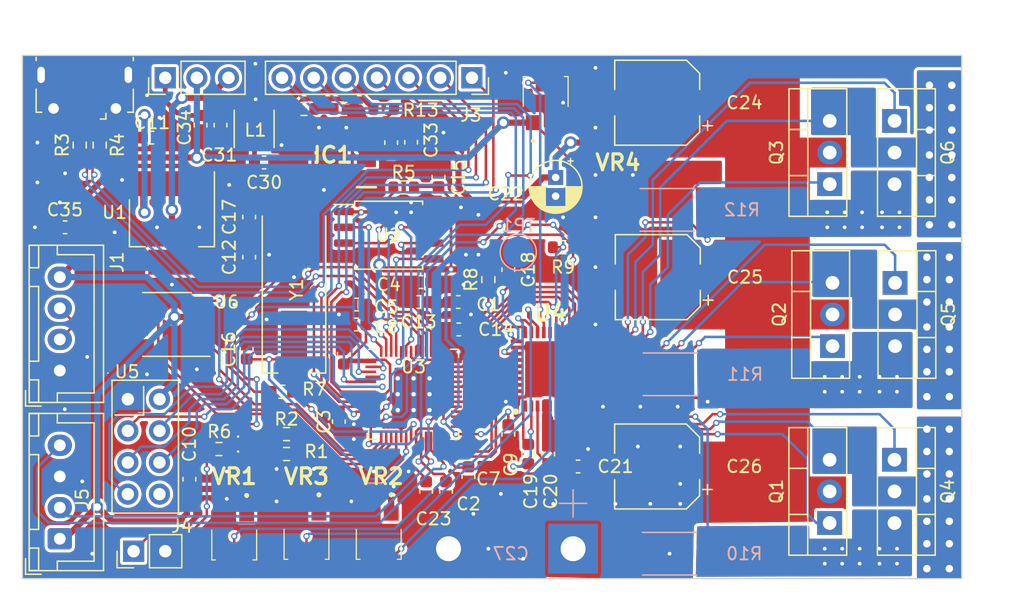
<source format=kicad_pcb>
(kicad_pcb (version 20221018) (generator pcbnew)
  (layers (0 "F.Cu" signal) (31 "B.Cu" signal) (34 "B.Paste" user) (35 "F.Paste" user) (36 "B.SilkS" user "B.Silkscreen") (37 "F.SilkS" user "F.Silkscreen") (38 "B.Mask" user) (39 "F.Mask" user) (44 "Edge.Cuts" user))
  (net 0 "")
  (net 1 "GND")
  (net 2 "VBUS")
  (net 3 "+3.3V")
  (net 4 "+1V1")
  (net 5 "PWR_SRC")
  (net 6 "Net-(U4-VCP)")
  (net 7 "Net-(U4-CPL)")
  (net 8 "Net-(U4-CPH)")
  (net 9 "Net-(U4-DVDD)")
  (net 10 "Net-(IC1-BOOT)")
  (net 11 "Net-(IC1-SW)")
  (net 12 "Net-(D1-A)")
  (net 13 "Net-(D2-A)")
  (net 14 "Net-(IC1-PG)")
  (net 16 "Net-(J6-Pin_3)")
  (net 17 "/MCU/XIN")
  (net 18 "Net-(C17-Pad1)")
  (net 19 "Net-(U4-CAL)")
  (net 22 "Net-(IC1-FB)")
  (net 23 "LMR_3v3")
  (net 24 "/MCU/USB_D-")
  (net 25 "/MCU/USB_D+")
  (net 27 "Net-(J3-Pin_1)")
  (net 28 "Net-(J3-Pin_2)")
  (net 29 "Net-(J3-Pin_3)")
  (net 30 "Net-(J3-Pin_4)")
  (net 31 "Net-(J3-Pin_5)")
  (net 32 "Net-(J3-Pin_6)")
  (net 33 "Net-(J3-Pin_7)")
  (net 34 "/MCU/~{USB_BOOT}")
  (net 35 "/MCU/SWCLK")
  (net 36 "/MCU/SWD")
  (net 37 "/MOSFETs/M_H1")
  (net 38 "/MOSFETs/SH1")
  (net 39 "/MOSFETs/M_L2")
  (net 40 "/MOSFETs/SH2")
  (net 41 "/MOSFETs/M_H3")
  (net 42 "/MOSFETs/SH3")
  (net 43 "/MOSFETs/M_L1")
  (net 44 "/MOSFETs/SP1")
  (net 45 "/MOSFETs/M_H2")
  (net 46 "/MOSFETs/SP2")
  (net 47 "/MOSFETs/M_L3")
  (net 48 "/MOSFETs/SP3")
  (net 49 "/MCU/LED")
  (net 50 "/MCU/QSPI_SS")
  (net 51 "/MCU/XOUT")
  (net 52 "/MCU/NFAULT")
  (net 53 "/MCU/QSPI_SD1")
  (net 54 "/MCU/QSPI_SD2")
  (net 55 "/MCU/QSPI_SD0")
  (net 56 "/MCU/QSPI_SCLK")
  (net 57 "/MCU/QSPI_SD3")
  (net 58 "/MCU/SENS3")
  (net 59 "/MCU/SENS2")
  (net 60 "/MCU/SENS1")
  (net 61 "MODE")
  (net 62 "IDRIVE")
  (net 63 "VDS")
  (net 64 "GAIN")
  (net 65 "/MCU/ENABLE")
  (net 66 "/MCU/OUT_H1")
  (net 67 "/MCU/OUT_L1")
  (net 68 "/MCU/OUT_H2")
  (net 69 "/MCU/OUT_L2")
  (net 70 "/MCU/OUT_H3")
  (net 71 "/MCU/OUT_L3")
  (net 72 "/MCU/NRF_MISO")
  (net 73 "/MCU/NRF_MOSI")
  (net 74 "/MCU/NRF_SCLK")
  (net 75 "/MCU/NRF_CSN")
  (net 76 "/MCU/NRF_CE")
  (net 77 "/MCU/CANTX")
  (net 78 "/MCU/CANRX")
  (net 79 "/MCU/LBK")
  (net 82 "/CAN/CAN-")
  (net 83 "/CAN/CAN+")
  (net 84 "/MCU/USB_DP")
  (net 85 "/MCU/USB_DN")
  (footprint "Package_SO:SOIC-8_3.9x4.9mm_P1.27mm" (layer "F.Cu") (at 186.6 96.8 180)
    (fp_text reference "U6")
    (fp_text value "SN65HVD233")
  )
  (footprint "Capacitor_SMD:C_0603_1608Metric" (layer "F.Cu") (at 193 98.8 90)
    (fp_text reference "C16")
    (fp_text value "27p")
  )
  (footprint "Resistor_SMD:R_0603_1608Metric" (layer "F.Cu") (at 196.2 107.2)
    (fp_text reference "R1")
    (fp_text value "220")
  )
  (footprint "Capacitor_SMD:C_0603_1608Metric" (layer "F.Cu") (at 201.825 95.2 180)
    (fp_text reference "C5")
    (fp_text value "100n")
  )
  (footprint "Diode_SMD:D_0402_1005Metric" (layer "F.Cu") (at 193.4 107)
    (fp_text reference "D1" hide)
    (fp_text value "LED")
  )
  (footprint "Resistor_SMD:R_0603_1608Metric" (layer "F.Cu") (at 196.2 105.6)
    (fp_text reference "R2")
    (fp_text value "100")
  )
  (footprint "VG039NCHXTB204:VG039NCHXTB204" (layer "F.Cu") (at 217 78.8)
    (fp_text reference "VR4")
    (fp_text value "VG039NCHXTB204" hide)
  )
  (footprint "Capacitor_SMD:C_0603_1608Metric" (layer "F.Cu") (at 194.4 83.8 180)
    (fp_text reference "C30")
    (fp_text value "100n")
  )
  (footprint "Connector_JST:JST_XH_B4B-XH-A_1x04_P2.50mm_Vertical" (layer "F.Cu") (at 178 114 90)
    (fp_text reference "J5")
    (fp_text value "Debugger Pins")
  )
  (footprint "ext_footprint:QFN50P600X600X80-41N-D" (layer "F.Cu") (at 217.6 100.4 90)
    (fp_text reference "U4")
    (fp_text value "DRV8323HRTAR" hide)
  )
  (footprint "Capacitor_SMD:C_0603_1608Metric" (layer "F.Cu") (at 201.8 96.8 180)
    (fp_text reference "C8")
    (fp_text value "100n")
  )
  (footprint "Connector_USB:USB_Micro-B_Molex-105017-0001" (layer "F.Cu") (at 180 78 180)
    (fp_text reference "J2" hide)
    (fp_text value "USB_B_Micro")
  )
  (footprint "Capacitor_SMD:C_0603_1608Metric" (layer "F.Cu") (at 200.8 99.2 90)
    (fp_text reference "C6" hide)
    (fp_text value "100n")
  )
  (footprint "Capacitor_SMD:C_0603_1608Metric" (layer "F.Cu") (at 217.2 107.2 90)
    (fp_text reference "C20")
    (fp_text value "1u")
  )
  (footprint "Capacitor_SMD:C_0603_1608Metric" (layer "F.Cu") (at 193.2 88.175 90)
    (fp_text reference "C17")
    (fp_text value "27p")
  )
  (footprint "Resistor_SMD:R_0603_1608Metric" (layer "F.Cu") (at 218.4 90.6 180)
    (fp_text reference "R9")
    (fp_text value "10k")
  )
  (footprint "Inductor_SMD:L_Taiyo-Yuden_NR-30xx" (layer "F.Cu") (at 193.6 81.1 90)
    (fp_text reference "L1")
    (fp_text value "22u")
  )
  (footprint "Connector_JST:JST_XH_B4B-XH-A_1x04_P2.50mm_Vertical" (layer "F.Cu") (at 178 100.5 90)
    (fp_text reference "J1")
    (fp_text value "CAN")
  )
  (footprint "Capacitor_SMD:C_0603_1608Metric" (layer "F.Cu") (at 185.4 81.8)
    (fp_text reference "C11")
    (fp_text value "10u")
  )
  (footprint "Capacitor_SMD:C_0603_1608Metric" (layer "F.Cu") (at 178.425 89 180)
    (fp_text reference "C35")
    (fp_text value "0.1u")
  )
  (footprint "Capacitor_THT:CP_Radial_D4.0mm_P1.50mm" (layer "F.Cu") (at 217.8 85 -90)
    (fp_text reference "C22")
    (fp_text value "47u")
  )
  (footprint "Capacitor_SMD:C_0603_1608Metric" (layer "F.Cu") (at 214 92.4 90)
    (fp_text reference "C18")
    (fp_text value "1u")
  )
  (footprint "Resistor_SMD:R_0603_1608Metric" (layer "F.Cu") (at 179.6 82.4 -90)
    (fp_text reference "R3")
    (fp_text value "27")
  )
  (footprint "ext_footprint:SOIC127P600X170-9N" (layer "F.Cu") (at 199.9 83.2 180)
    (fp_text reference "IC1")
    (fp_text value "LMR36510FADDAR" hide)
  )
  (footprint "Package_TO_SOT_THT:TO-220-3_Vertical" (layer "F.Cu") (at 245.047 93.46 -90)
    (fp_text reference "Q5")
    (fp_text value "IRF3205")
  )
  (footprint "Capacitor_SMD:C_0603_1608Metric" (layer "F.Cu") (at 207.4 110.2 -90)
    (fp_text reference "C23")
    (fp_text value "0.1u")
  )
  (footprint "RF_Module:nRF24L01_Breakout" (layer "F.Cu") (at 183.46 102.8)
    (fp_text reference "U5")
    (fp_text value "NRF24L01_Breakout")
  )
  (footprint "Capacitor_SMD:C_0603_1608Metric" (layer "F.Cu") (at 190.9 80.8 90)
    (fp_text reference "C31")
    (fp_text value "4.3p")
  )
  (footprint "Capacitor_SMD:C_0603_1608Metric" (layer "F.Cu") (at 207 93.4 180)
    (fp_text reference "C4")
    (fp_text value "100n")
  )
  (footprint "Capacitor_SMD:C_0603_1608Metric" (layer "F.Cu") (at 210.025 97.2)
    (fp_text reference "C14")
    (fp_text value "1u")
  )
  (footprint "Package_TO_SOT_THT:TO-220-3_Vertical" (layer "F.Cu") (at 240.023 98.54 90)
    (fp_text reference "Q2")
    (fp_text value "IRF3205")
  )
  (footprint "Resistor_SMD:R_0603_1608Metric" (layer "F.Cu") (at 212.4 93.2 90)
    (fp_text reference "R8")
    (fp_text value "10k")
  )
  (footprint "Capacitor_SMD:CP_Elec_6.3x7.7" (layer "F.Cu") (at 225.952 79 180)
    (fp_text reference "C24")
    (fp_text value "22u")
  )
  (footprint "Connector_PinHeader_2.54mm:PinHeader_1x02_P2.54mm_Vertical" (layer "F.Cu") (at 183.925 115 90)
    (fp_text reference "J4")
    (fp_text value "Conn_01x02")
  )
  (footprint "Footprints:RP2040-QFN-56" (layer "F.Cu") (at 206.4 102.4)
    (fp_text reference "U3")
    (fp_text value "RP2040")
  )
  (footprint "Package_TO_SOT_THT:TO-220-3_Vertical" (layer "F.Cu") (at 245.007 80.46 -90)
    (fp_text reference "Q6")
    (fp_text value "IRF3205")
  )
  (footprint "Package_TO_SOT_SMD:SOT-223-3_TabPin2" (layer "F.Cu") (at 187 88.65 -90)
    (fp_text reference "U1")
    (fp_text value "NCP1117-3.3_SOT223")
  )
  (footprint "Resistor_SMD:R_0603_1608Metric" (layer "F.Cu") (at 181.2 82.4 -90)
    (fp_text reference "R4")
    (fp_text value "27")
  )
  (footprint "VG039NCHXTB204:VG039NCHXTB204" (layer "F.Cu") (at 203.6 113.75 180)
    (fp_text reference "VR2")
    (fp_text value "VG039NCHXTB204" hide)
  )
  (footprint "Capacitor_SMD:C_0603_1608Metric" (layer "F.Cu") (at 214 105.625 -90)
    (fp_text reference "C9")
    (fp_text value "100n")
  )
  (footprint "Capacitor_SMD:C_0603_1608Metric" (layer "F.Cu") (at 200.4 104.6 -90)
    (fp_text reference "C3")
    (fp_text value "100n")
  )
  (footprint "Resistor_SMD:R_0603_1608Metric" (layer "F.Cu") (at 190.775 106.8 180)
    (fp_text reference "R6")
    (fp_text value "1k")
  )
  (footprint "Capacitor_SMD:CP_Elec_6.3x7.7" (layer "F.Cu") (at 226 93 180)
    (fp_text reference "C25")
    (fp_text value "22u")
  )
  (footprint "Capacitor_SMD:C_0603_1608Metric" (layer "F.Cu") (at 210.8 109 -90)
    (fp_text reference "C7")
    (fp_text value "100n")
  )
  (footprint "Connector_PinSocket_2.54mm:PinSocket_1x07_P2.54mm_Vertical" (layer "F.Cu") (at 211.08 77 -90)
    (fp_text reference "J3")
    (fp_text value "GPIO")
  )
  (footprint "Capacitor_SMD:C_0603_1608Metric" (layer "F.Cu") (at 209.975 95)
    (fp_text reference "C1")
    (fp_text value "100n")
  )
  (footprint "Capacitor_SMD:C_0603_1608Metric" (layer "F.Cu") (at 206.2 82.175 90)
    (fp_text reference "C33")
    (fp_text value "220n")
  )
  (footprint "Capacitor_SMD:C_0603_1608Metric" (layer "F.Cu") (at 188.4 109.225 90)
    (fp_text reference "C10")
    (fp_text value "10u")
  )
  (footprint "Footprints:Crystal_SMD_HC49-US" (layer "F.Cu") (at 196.8 94 90)
    (fp_text reference "Y1")
    (fp_text value "ABLS-12.000MHZ-B4-T")
  )
  (footprint "Package_SO:SOIC-8_5.23x5.23mm_P1.27mm" (layer "F.Cu") (at 204.4 89.635)
    (fp_text reference "U2")
    (fp_text value "W25Q128JVS")
  )
  (footprint "Package_TO_SOT_THT:TO-220-3_Vertical" (layer "F.Cu") (at 239.793 112.74 90)
    (fp_text reference "Q1")
    (fp_text value "IRF3205")
  )
  (footprint "Capacitor_SMD:C_0603_1608Metric" (layer "F.Cu") (at 219.6 108.2)
    (fp_text reference "C21")
    (fp_text value "0.1u")
  )
  (footprint "VG039NCHXTB204:VG039NCHXTB204" (layer "F.Cu") (at 192 113.8 180)
    (fp_text reference "VR1")
    (fp_text value "VG039NCHXTB204" hide)
  )
  (footprint "Resistor_SMD:R_0603_1608Metric" (layer "F.Cu") (at 204 79.5 180)
    (fp_text reference "R13")
    (fp_text value "100k")
  )
  (footprint "Capacitor_SMD:C_0603_1608Metric" (layer "F.Cu") (at 209 110.2 -90)
    (fp_text reference "C2")
    (fp_text value "100n")
  )
  (footprint "Connector_PinHeader_2.54mm:PinHeader_1x03_P2.54mm_Vertical" (layer "F.Cu") (at 186.46 77 90)
    (fp_text reference "J6" hide)
    (fp_text value "Conn_01x03_Pin")
  )
  (footprint "Package_TO_SOT_THT:TO-220-3_Vertical" (layer "F.Cu") (at 245 107.66 -90)
    (fp_text reference "Q4")
    (fp_text value "IRF3205")
  )
  (footprint "Resistor_SMD:R_0603_1608Metric" (layer "F.Cu") (at 197.6 79.5)
    (fp_text reference "R14" hide)
    (fp_text value "100k")
  )
  (footprint "VG039NCHXTB204:VG039NCHXTB204" (layer "F.Cu") (at 197.8 113.75 180)
    (fp_text reference "VR3")
    (fp_text value "VG039NCHXTB204" hide)
  )
  (footprint "Capacitor_SMD:C_0603_1608Metric" (layer "F.Cu") (at 208.4 84.975 90)
    (fp_text reference "C15")
    (fp_text value "100n")
  )
  (footprint "Resistor_SMD:R_0603_1608Metric" (layer "F.Cu") (at 205.6 85.8 180)
    (fp_text reference "R5")
    (fp_text value "DNF")
  )
  (footprint "Diode_SMD:D_0402_1005Metric" (layer "F.Cu") (at 193.4 105.8)
    (fp_text reference "D2" hide)
    (fp_text value "LED")
  )
  (footprint "Package_TO_SOT_THT:TO-220-3_Vertical" (layer "F.Cu") (at 239.8 85.54 90)
    (fp_text reference "Q3")
    (fp_text value "IRF3205")
  )
  (footprint "Capacitor_SMD:C_0603_1608Metric" (layer "F.Cu") (at 215.6 107.2 -90)
    (fp_text reference "C19")
    (fp_text value "47n")
  )
  (footprint "Resistor_SMD:R_0603_1608Metric" (layer "F.Cu") (at 200.8 79.5)
    (fp_text reference "R15" hide)
    (fp_text value "43.2k")
  )
  (footprint "Capacitor_SMD:CP_Elec_6.3x7.7" (layer "F.Cu") (at 225.945 108.2 180)
    (fp_text reference "C26")
    (fp_text value "22u")
  )
  (footprint "Capacitor_SMD:C_0603_1608Metric" (layer "F.Cu") (at 193.2 91.4 90)
    (fp_text reference "C12")
    (fp_text value "10u")
  )
  (footprint "Capacitor_SMD:C_0603_1608Metric" (layer "F.Cu") (at 204.6 82.2 90)
    (fp_text reference "C32" hide)
    (fp_text value "4.7u")
  )
  (footprint "Capacitor_SMD:C_0603_1608Metric" (layer "F.Cu") (at 189.3 80.8 90)
    (fp_text reference "C34")
    (fp_text value "47u")
  )
  (footprint "Resistor_SMD:R_0603_1608Metric" (layer "F.Cu") (at 195.825 102.2 180)
    (fp_text reference "R7")
    (fp_text value "1k")
  )
  (footprint "Capacitor_SMD:C_0603_1608Metric" (layer "F.Cu") (at 206.8 95 180)
    (fp_text reference "C13")
    (fp_text value "1u")
  )
  (footprint "Resistor_SMD:R_2512_6332Metric_Pad1.40x3.35mm_HandSolder" (layer "B.Cu") (at 227 100.8 180)
    (fp_text reference "R11")
    (fp_text value ".01")
  )
  (footprint "Capacitor_THT:CP_Radial_D22.0mm_P10.00mm_SnapIn" (layer "B.Cu") (at 219.2 114.8 180)
    (fp_text reference "C27")
    (fp_text value "3300u" hide)
  )
  (footprint "Resistor_SMD:R_2512_6332Metric_Pad1.40x3.35mm_HandSolder" (layer "B.Cu") (at 226.75 87.6 180)
    (fp_text reference "R12")
    (fp_text value ".01")
  )
  (footprint "Resistor_SMD:R_2512_6332Metric_Pad1.40x3.35mm_HandSolder" (layer "B.Cu") (at 226.945 115.2 180)
    (fp_text reference "R10")
    (fp_text value ".01")
  )
  (footprint "TestPoint:TestPoint_Pad_D2.5mm" (layer "B.Cu") (at 214.8 91 180)
    (fp_text reference "TP1")
    (fp_text value "FaultTest")
  )
  (gr_rect (start 175 75.2) (end 250.4 117.2) (stroke (width 0.1)) (fill none) (layer "Edge.Cuts"))
  (segment (start 206.4 103.675) (end 207.675 103.675) (width 0.2032) (layer "F.Cu") (net 1))
  (segment (start 206.4 101.125) (end 207.675 101.125) (width 0.2032) (layer "F.Cu") (net 1))
  (segment (start 207.675 103.675) (end 207.675 102.4) (width 0.2032) (layer "F.Cu") (net 1))
  (segment (start 205.125 101.125) (end 206.4 101.125) (width 0.2032) (layer "F.Cu") (net 1))
  (segment (start 206.4 103.675) (end 206.4 102.4) (width 0.2032) (layer "F.Cu") (net 1))
  (segment (start 206.4 102.4) (end 205.125 102.4) (width 0.2032) (layer "F.Cu") (net 1))
  (segment (start 205.4 105.8375) (end 205.4 103.95) (width 0.2032) (layer "F.Cu") (net 1))
  (segment (start 215.35 102.65) (end 217.6 100.4) (width 0.2032) (layer "F.Cu") (net 1))
  (segment (start 207.675 102.4) (end 206.4 102.4) (width 0.2032) (layer "F.Cu") (net 1))
  (segment (start 203.2 108.6) (end 203 108.4) (width 0.2032) (layer "F.Cu") (net 1))
  (segment (start 211 95.425) (end 210.775 95.2) (width 0.2032) (layer "F.Cu") (net 1))
  (segment (start 200.4 96) (end 200.4 96.175) (width 0.2032) (layer "F.Cu") (net 1))
  (segment (start 217.6 86.8) (end 217.56 86.84) (width 0.5) (layer "F.Cu") (net 1))
  (segment (start 205.125 103.675) (end 205.125 102.4) (width 0.2032) (layer "F.Cu") (net 1))
  (segment (start 215.85 98.65) (end 217.6 100.4) (width 0.2032) (layer "F.Cu") (net 1))
  (segment (start 205.125 103.675) (end 206.4 103.675) (width 0.2032) (layer "F.Cu") (net 1))
  (segment (start 207.725 103.675) (end 207.675 103.675) (width 0.2032) (layer "F.Cu") (net 1))
  (segment (start 203 108.4) (end 198.4 108.4) (width 0.2032) (layer "F.Cu") (net 1))
  (segment (start 205.125 101.125) (end 205.125 102.4) (width 0.2032) (layer "F.Cu") (net 1))
  (segment (start 205.4 103.95) (end 205.125 103.675) (width 0.2032) (layer "F.Cu") (net 1))
  (segment (start 214.65 102.65) (end 215.35 102.65) (width 0.2032) (layer "F.Cu") (net 1))
  (segment (start 214.65 98.65) (end 215.85 98.65) (width 0.2032) (layer "F.Cu") (net 1))
  (segment (start 200.4 96.175) (end 201.025 96.8) (width 0.2032) (layer "F.Cu") (net 1))
  (segment (start 201.6 106) (end 201.6 104.8) (width 0.2032) (layer "F.Cu") (net 1))
  (via (at 227.8 111.2) (size 0.5) (drill 0.3) (layers "F.Cu" "B.Cu") (net 1))
  (via (at 206.2 87) (size 0.5) (drill 0.3) (layers "F.Cu" "B.Cu") (net 1))
  (via (at 185 78.4) (size 0.5) (drill 0.3) (layers "F.Cu" "B.Cu") (net 1))
  (via (at 227.8 106.6) (size 0.5) (drill 0.3) (layers "F.Cu" "B.Cu") (net 1))
  (via (at 221 92.2) (size 0.5) (drill 0.3) (layers "F.Cu" "B.Cu") (net 1))
  (via (at 220.4 106.8) (size 0.5) (drill 0.3) (layers "F.Cu" "B.Cu") (net 1))
  (via (at 179.8 109.4) (size 0.5) (drill 0.3) (layers "F.Cu" "B.Cu") (net 1))
  (via (at 182.4 89.4) (size 0.5) (drill 0.3) (layers "F.Cu" "B.Cu") (net 1))
  (via (at 201.6 106) (size 0.5) (drill 0.3) (layers "F.Cu" "B.Cu") (net 1))
  (via (at 224.4 106.6) (size 0.5) (drill 0.3) (layers "F.Cu" "B.Cu") (net 1))
  (via (at 192 95.2) (size 0.5) (drill 0.3) (layers "F.Cu" "B.Cu") (net 1))
  (via (at 194.6 96.4) (size 0.5) (drill 0.3) (layers "F.Cu" "B.Cu") (net 1))
  (via (at 218.4 79) (size 0.5) (drill 0.3) (layers "F.Cu" "B.Cu") (net 1))
  (via (at 194.8 91.2) (size 0.5) (drill 0.3) (layers "F.Cu" "B.Cu") (net 1))
  (via (at 208.8 81.4) (size 0.5) (drill 0.3) (layers "F.Cu" "B.Cu") (net 1))
  (via (at 198.8 81) (size 0.5) (drill 0.3) (layers "F.Cu" "B.Cu") (net 1))
  (via (at 180.2 99.4) (size 0.5) (drill 0.3) (layers "F.Cu" "B.Cu") (net 1))
  (via (at 178.425323 84.6698) (size 0.5) (drill 0.3) (layers "F.Cu" "B.Cu") (net 1))
  (via (at 203.2 108.6) (size 0.5) (drill 0.3) (layers "F.Cu" "B.Cu") (net 1))
  (via (at 178.4 103.6) (size 0.5) (drill 0.3) (layers "F.Cu" "B.Cu") (net 1))
  (via (at 213.8 103) (size 0.5) (drill 0.3) (layers "F.Cu" "B.Cu") (net 1))
  (via (at 201.4 111) (size 0.5) (drill 0.3) (layers "F.Cu" "B.Cu") (net 1))
  (via (at 221 96.8) (size 0.5) (drill 0.3) (layers "F.Cu" "B.Cu") (net 1))
  (via (at 227.8 109.6) (size 0.5) (drill 0.3) (layers "F.Cu" "B.Cu") (net 1))
  (via (at 221 81) (size 0.5) (drill 0.3) (layers "F.Cu" "B.Cu") (net 1))
  (via (at 206 108.6) (size 0.5) (drill 0.3) (layers "F.Cu" "B.Cu") (net 1))
  (via (at 212.4 114.8) (size 0.5) (drill 0.3) (layers "F.Cu" "B.Cu") (net 1))
  (via (at 221 88.2) (size 0.5) (drill 0.3) (layers "F.Cu" "B.Cu") (net 1))
  (via (at 178 87) (size 0.5) (drill 0.3) (layers "F.Cu" "B.Cu") (net 1))
  (via (at 176.2 85.4) (size 0.5) (drill 0.3) (layers "F.Cu" "B.Cu") (net 1))
  (via (at 201 81) (size 0.5) (drill 0.3) (layers "F.Cu" "B.Cu") (net 1))
  (via (at 187 93.6) (size 0.5) (drill 0.3) (layers "F.Cu" "B.Cu") (net 1))
  (via (at 200.4 96) (size 0.5) (drill 0.3) (layers "F.Cu" "B.Cu") (net 1))
  (via (at 191.6 85.6) (size 0.5) (drill 0.3) (layers "F.Cu" "B.Cu") (net 1))
  (via (at 218.4 88.2) (size 0.5) (drill 0.3) (layers "F.Cu" "B.Cu") (net 1))
  (via (at 204.8 109.8) (size 0.5) (drill 0.3) (layers "F.Cu" "B.Cu") (net 1))
  (via (at 227.6 103.4) (size 0.5) (drill 0.3) (layers "F.Cu" "B.Cu") (net 1))
  (via (at 211.2 112) (size 0.5) (drill 0.3) (layers "F.Cu" "B.Cu") (net 1))
  (via (at 226.945 115.2) (size 0.5) (drill 0.3) (layers "F.Cu" "B.Cu") (net 1))
  (via (at 206.2 87.8) (size 0.5) (drill 0.3) (layers "F.Cu" "B.Cu") (net 1))
  (via (at 180.6 115.2) (size 0.5) (drill 0.3) (layers "F.Cu" "B.Cu") (net 1))
  (via (at 221.6 103.4) (size 0.5) (drill 0.3) (layers "F.Cu" "B.Cu") (net 1))
  (via (at 176.2 82.2) (size 0.5) (drill 0.3) (layers "F.Cu" "B.Cu") (net 1))
  (via (at 196.8 93) (size 0.5) (drill 0.3) (layers "F.Cu" "B.Cu") (net 1))
  (via (at 213.4 110.4) (size 0.5) (drill 0.3) (layers "F.Cu" "B.Cu") (net 1))
  (via (at 193.721591 78.727064) (size 0.5) (drill 0.3) (layers "F.Cu" "B.Cu") (net 1))
  (via (at 201.6 104.8) (size 0.5) (drill 0.3) (layers "F.Cu" "B.Cu") (net 1))
  (via (at 191.4 108.6) (size 0.5) (drill 0.3) (layers "F.Cu" "B.Cu") (net 1))
  (via (at 211 96) (size 0.5) (drill 0.3) (layers "F.Cu" "B.Cu") (net 1))
  (via (at 210.6 91.2) (size 0.5) (drill 0.3) (layers "F.Cu" "B.Cu") (net 1))
  (via (at 210.2 87.4) (size 0.5) (drill 0.3) (layers "F.Cu" "B.Cu") (net 1))
  (via (at 185.8 89) (size 0.5) (drill 0.3) (layers "F.Cu" "B.Cu") (net 1))
  (via (at 217.6 111.2) (size 0.5) (drill 0.3) (layers "F.Cu" "B.Cu") (net 1))
  (via (at 215.6 93) (size 0.5) (drill 0.3) (layers "F.Cu" "B.Cu") (net 1))
  (via (at 189.2 89) (size 0.5) (drill 0.3) (layers "F.Cu" "B.Cu") (net 1))
  (via (at 224 84.8) (size 0.5) (drill 0.3) (layers "F.Cu" "B.Cu") (net 1))
  (via (at 176 89) (size 0.5) (drill 0.3) (layers "F.Cu" "B.Cu") (net 1))
  (via (at 213.8 76.6) (size 0.5) (drill 0.3) (layers "F.Cu" "B.Cu") (net 1))
  (via (at 224.6 103.4) (size 0.5) (drill 0.3) (layers "F.Cu" "B.Cu") (net 1))
  (via (at 186 80.2) (size 0.5) (drill 0.3) (layers "F.Cu" "B.Cu") (net 1))
  (via (at 205 87.8) (size 0.5) (drill 0.3) (layers "F.Cu" "B.Cu") (net 1))
  (via (at 211.6 88) (size 0.5) (drill 0.3) (layers "F.Cu" "B.Cu") (net 1))
  (via (at 195.8 82.4) (size 0.5) (drill 0.3) (layers "F.Cu" "B.Cu") (net 1))
  (via (at 221 84.8) (size 0.5) (drill 0.3) (layers "F.Cu" "B.Cu") (net 1))
  (via (at 221 76.2) (size 0.5) (drill 0.3) (layers "F.Cu" "B.Cu") (net 1))
  (via (at 185 100.8) (size 0.5) (drill 0.3) (layers "F.Cu" "B.Cu") (net 1))
  (via (at 215.2 115.6) (size 0.5) (drill 0.3) (layers "F.Cu" "B.Cu") (net 1))
  (via (at 189 100.4) (size 0.5) (drill 0.3) (layers "F.Cu" "B.Cu") (net 1))
  (via (at 210.4 93.6) (size 0.5) (drill 0.3) (layers "F.Cu" "B.Cu") (net 1))
  (via (at 193.701641 75.874179) (size 0.5) (drill 0.3) (layers "F.Cu" "B.Cu") (net 1))
  (via (at 191.4 110.8) (size 0.5) (drill 0.3) (layers "F.Cu" "B.Cu") (net 1))
  (via (at 183 85.2) (size 0.5) (drill 0.3) (layers "F.Cu" "B.Cu") (net 1))
  (via (at 211.6 91.2) (size 0.5) (drill 0.3) (layers "F.Cu" "B.Cu") (net 1))
  (via (at 222.6 111.2) (size 0.5) (drill 0.3) (layers "F.Cu" "B.Cu") (net 1))
  (via (at 195.4 111) (size 0.5) (drill 0.3) (layers "F.Cu" "B.Cu") (net 1))
  (via (at 198.4 108.4) (size 0.5) (drill 0.3) (layers "F.Cu" "B.Cu") (net 1))
  (via (at 195.4 108.4) (size 0.5) (drill 0.3) (layers "F.Cu" "B.Cu") (net 1))
  (via (at 190.6 105.2) (size 0.5) (drill 0.3) (layers "F.Cu" "B.Cu") (net 1))
  (via (at 225.4 111.2) (size 0.5) (drill 0.3) (layers "F.Cu" "B.Cu") (net 1))
  (via (at 199.2 86) (size 0.5) (drill 0.3) (layers "F.Cu" "B.Cu") (net 1))
  (segment (start 200 96.4) (end 200.4 96) (width 0.2032) (layer "B.Cu") (net 1))
  (segment (start 194.6 96.4) (end 194.4 96.6) (width 0.2032) (layer "B.Cu") (net 1))
  (segment (start 183.2 103.26) (end 183.26 103.32) (width 0.2032) (layer "B.Cu") (net 1))
  (segment (start 195.4 108.4) (end 198.2 108.4) (width 0.2032) (layer "B.Cu") (net 1))
  (segment (start 194.6 96.4) (end 200 96.4) (width 0.2032) (layer "B.Cu") (net 1))
  (segment (start 203.2 108.6) (end 201.6 107) (width 0.2032) (layer "B.Cu") (net 1))
  (segment (start 192 95.8) (end 192 95.2) (width 0.2032) (layer "B.Cu") (net 1))
  (segment (start 192.8 96.6) (end 192 95.8) (width 0.2032) (layer "B.Cu") (net 1))
  (segment (start 201.6 107) (end 201.6 106) (width 0.2032) (layer "B.Cu") (net 1))
  (segment (start 198.2 108.4) (end 198.4 108.4) (width 0.2032) (layer "B.Cu") (net 1))
  (segment (start 194.4 96.6) (end 192.8 96.6) (width 0.2032) (layer "B.Cu") (net 1))
  (segment (start 184.8 80) (end 184.8 81.625) (width 0.5) (layer "F.Cu") (net 2))
  (segment (start 184.7 85.5) (end 184.7 87.7) (width 0.5) (layer "F.Cu") (net 2))
  (segment (start 183 81.8) (end 184.625 81.8) (width 0.4) (layer "F.Cu") (net 2))
  (segment (start 184.8 81.625) (end 184.625 81.8) (width 0.5) (layer "F.Cu") (net 2))
  (segment (start 181.3 80.1) (end 183 81.8) (width 0.4) (layer "F.Cu") (net 2))
  (segment (start 181.3 79.4625) (end 181.3 80.1) (width 0.4) (layer "F.Cu") (net 2))
  (segment (start 184.7 87.7) (end 184.8 87.8) (width 0.5) (layer "F.Cu") (net 2))
  (via (at 184.8 80) (size 1) (drill 0.6) (layers "F.Cu" "B.Cu") (net 2))
  (via (at 184.8 87.8) (size 1) (drill 0.6) (layers "F.Cu" "B.Cu") (net 2))
  (segment (start 184.8 87.8) (end 184.8 80) (width 0.5) (layer "B.Cu") (net 2))
  (segment (start 219.2 91.6) (end 219.2 90.625) (width 0.2032) (layer "F.Cu") (net 3))
  (segment (start 202.6 96) (end 203 96) (width 0.5) (layer "F.Cu") (net 3))
  (segment (start 202.6 110) (end 203.775 110) (width 0.5) (layer "F.Cu") (net 3))
  (segment (start 208.4 85.75) (end 206.475 85.75) (width 0.2032) (layer "F.Cu") (net 3))
  (segment (start 204 99.6416) (end 203.1209 99.6416) (width 0.2032) (layer "F.Cu") (net 3))
  (segment (start 206.475 85.75) (end 206.425 85.8) (width 0.2032) (layer "F.Cu") (net 3))
  (segment (start 179.2 91.8) (end 178 93) (width 0.5) (layer "F.Cu") (net 3))
  (segment (start 202.9625 103.4) (end 203.412385 103.4) (width 0.2032) (layer "F.Cu") (net 3))
  (segment (start 203.652386 103.159999) (end 203.652386 102.852386) (width 0.2032) (layer "F.Cu") (net 3))
  (segment (start 181 111.4589) (end 181.0589 111.4589) (width 0.5) (layer "F.Cu") (net 3))
  (segment (start 202.975 96.4) (end 202.575 96.8) (width 0.2032) (layer "F.Cu") (net 3))
  (segment (start 214 103.8) (end 214 104.85) (width 0.2032) (layer "F.Cu") (net 3))
  (segment (start 183.2 83.4) (end 179.2 87.4) (width 0.5) (layer "F.Cu") (net 3))
  (segment (start 202.575 96.8) (end 202.575 98.2) (width 0.2032) (layer "F.Cu") (net 3))
  (segment (start 219.225 89.6) (end 219.225 83.825) (width 0.2032) (layer "F.Cu") (net 3))
  (segment (start 193.014175 110.014175) (end 193 110) (width 0.5) (layer "F.Cu") (net 3))
  (segment (start 179.2 89) (end 179.2 91.8) (width 0.5) (layer "F.Cu") (net 3))
  (segment (start 218.3589 96.4) (end 218.35 96.4089) (width 0.2032) (layer "F.Cu") (net 3))
  (segment (start 213.6 89.6) (end 218.2 89.6) (width 0.2032) (layer "F.Cu") (net 3))
  (segment (start 206.6 105.387615) (end 206.829215 105.1584) (width 0.2032) (layer "F.Cu") (net 3))
  (segment (start 197.025 109.975) (end 197.025 107.2) (width 0.5) (layer "F.Cu") (net 3))
  (segment (start 206.829215 105.1584) (end 207.970785 105.1584) (width 0.2032) (layer "F.Cu") (net 3))
  (segment (start 207 97.8) (end 205.6816 96.4816) (width 0.2032) (layer "F.Cu") (net 3))
  (segment (start 207.775 93.4) (end 207.775 92.75) (width 0.5) (layer "F.Cu") (net 3))
  (segment (start 209.4 86.75) (end 208.4 85.75) (width 0.2032) (layer "F.Cu") (net 3))
  (segment (start 188.2 112) (end 188.2 110) (width 0.5) (layer "F.Cu") (net 3))
  (segment (start 208.2 105.8375) (end 208.2 106.685358) (width 0.2032) (layer "F.Cu") (net 3))
  (segment (start 207.775 93.4) (end 207.775 92.8) (width 0.5) (layer "F.Cu") (net 3))
  (segment (start 182.2 112.6) (end 187.6 112.6) (width 0.5) (layer "F.Cu") (net 3))
  (segment (start 204.680305 96.4816) (end 204.598705 96.4) (width 0.2032) (layer "F.Cu") (net 3))
  (segment (start 207.775 92.75) (end 207.4 92.375) (width 0.5) (layer "F.Cu") (net 3))
  (segment (start 209.8 108.285358) (end 210.739642 108.285358) (width 0.2032) (layer "F.Cu") (net 3))
  (segment (start 204.0339 92.375) (end 207.4 92.375) (width 0.5) (layer "F.Cu") (net 3))
  (segment (start 203.6 96) (end 203.375 96) (width 0.5) (layer "F.Cu") (net 3))
  (segment (start 208.8 103.987615) (end 209.387615 103.4) (width 0.2032) (layer "F.Cu") (net 3))
  (segment (start 206.6 107.2) (end 203.8 110) (width 0.2032) (layer "F.Cu") (net 3))
  (segment (start 179.2 87.4) (end 179.2 89) (width 0.5) (layer "F.Cu") (net 3))
  (segment (start 204.6 110.8) (end 204.6 111.35) (width 0.5) (layer "F.Cu") (net 3))
  (segment (start 204.598705 96.4) (end 202.975 96.4) (width 0.2032) (layer "F.Cu") (net 3))
  (segment (start 202.9625 99.8) (end 200.975 99.8) (width 0.2032) (layer "F.Cu") (net 3))
  (segment (start 202.6 96.775) (end 202.575 96.8) (width 0.5) (layer "F.Cu") (net 3))
  (segment (start 205.6816 96.4816) (end 204.680305 96.4816) (width 0.2032) (layer "F.Cu") (net 3))
  (segment (start 202.6 95.2) (end 202.6 95.6) (width 0.5) (layer "F.Cu") (net 3))
  (segment (start 200.225 103.4) (end 200.2 103.425) (width 0.2032) (layer "F.Cu") (net 3))
  (segment (start 204.4 88.4) (end 203.6 89.2) (width 0.2032) (layer "F.Cu") (net 3))
  (segment (start 203.412385 103.4) (end 203.652386 103.159999) (width 0.2032) (layer "F.Cu") (net 3))
  (segment (start 218.2 89.6) (end 219.2 90.6) (width 0.2032) (layer "F.Cu") (net 3))
  (segment (start 202.9625 103.4) (end 200.225 103.4) (width 0.2032) (layer "F.Cu") (net 3))
  (segment (start 203.6589 92) (end 204.0339 92.375) (width 0.5) (layer "F.Cu") (net 3))
  (segment (start 209.4 92.375) (end 209.4 89.046194) (width 0.2032) (layer "F.Cu") (net 3))
  (segment (start 187.6 112.6) (end 188.2 112) (width 0.5) (layer "F.Cu") (net 3))
  (segment (start 202.6 95.2) (end 202.6 96) (width 0.5) (layer "F.Cu") (net 3))
  (segment (start 189.04 96.2) (end 189.075 96.165) (width 0.5) (layer "F.Cu") (net 3))
  (segment (start 202.8 95.2) (end 203.6 96) (width 0.5) (layer "F.Cu") (net 3))
  (segment (start 180.9411 111.4589) (end 181 111.4589) (width 0.5) (layer "F.Cu") (net 3))
  (segment (start 189 83.4) (end 183.2 83.4) (width 0.5) (layer "F.Cu") (net 3))
  (segment (start 209.4 92.375) (end 209.4 86.75) (width 0.2032) (layer "F.Cu") (net 3))
  (segment (start 219.2 90.6) (end 219.225 90.6) (width 0.2032) (layer "F.Cu") (net 3))
  (segment (start 207 98.9625) (end 207 97.8) (width 0.2032) (layer "F.Cu") (net 3))
  (segment (start 208.083806 87.73) (end 208 87.73) (width 0.2032) (layer "F.Cu") (net 3))
  (segment (start 203.375 96) (end 202.575 96.8) (width 0.5) (layer "F.Cu") (net 3))
  (segment (start 206 107.8) (end 207.4 109.2) (width 0.2032) (layer "F.Cu") (net 3))
  (segment (start 209 97.45) (end 209.25 97.2) (width 0.2032) (layer "F.Cu") (net 3))
  (segment (start 202.6 95.2) (end 202.8 95.2) (width 0.5) (layer "F.Cu") (net 3))
  (segment (start 219.2 90.625) (end 219.225 90.6) (width 0.2032) (layer "F.Cu") (net 3))
  (segment (start 198.8 110) (end 198.8 111.4) (width 0.5) (layer "F.Cu") (net 3))
  (segment (start 193 110) (end 196.8 110) (width 0.5) (layer "F.Cu") (net 3))
  (segment (start 207.4 109.2) (end 207.4 109.425) (width 0.2032) (layer "F.Cu") (net 3))
  (segment (start 209.8 105.6) (end 211.8 105.6) (width 0.2032) (layer "F.Cu") (net 3))
  (segment (start 210.739642 108.285358) (end 210.8 108.225) (width 0.2032) (layer "F.Cu") (net 3))
  (segment (start 206.6 98.9625) (end 207 98.9625) (width 0.2032) (layer "F.Cu") (net 3))
  (segment (start 207.970785 105.1584) (end 208.2 105.387615) (width 0.2032) (layer "F.Cu") (net 3))
  (segment (start 202.6 95.6) (end 203 96) (width 0.5) (layer "F.Cu") (net 3))
  (segment (start 178 114) (end 178.4 114) (width 0.5) (layer "F.Cu") (net 3))
  (segment (start 209.387615 103.4) (end 209.8375 103.4) (width 0.2032) (layer "F.Cu") (net 3))
  (segment (start 209.25 97.2) (end 209.25 97.35) (width 0.2032) (layer "F.Cu") (net 3))
  (segment (start 202.575 98.2) (end 200.8 99.975) (width 0.2032) (layer "F.Cu") (net 3))
  (segment (start 208.2 105.387615) (end 208.2 105.8375) (width 0.2032) (layer "F.Cu") (net 3))
  (segment (start 201.1334 99.6416) (end 200.8 99.975) (width 0.2032) (layer "F.Cu") (net 3))
  (segment (start 200.975 99.8) (end 200.8 99.975) (width 0.2032) (layer "F.Cu") (net 3))
  (segment (start 196.8 110) (end 198.8 110) (width 0.5) (layer "F.Cu") (net 3))
  (segment (start 206.6 105.8375) (end 206.6 105.387615) (width 0.2032) (layer "F.Cu") (net 3))
  (segment (start 181.0589 111.4589) (end 182.2 112.6) (width 0.5) (layer "F.Cu") (net 3))
  (segment (start 203 96) (end 203.6 96) (width 0.5) (layer "F.Cu") (net 3))
  (segment (start 202.6 96) (end 202.6 96.775) (width 0.5) (layer "F.Cu") (net 3))
  (segment (start 193.014175 110.014175) (end 193.014175 111.4) (width 0.5) (layer "F.Cu") (net 3))
  (segment (start 207.775 92.8) (end 208.2 92.375) (width 0.5) (layer "F.Cu") (net 3))
  (segment (start 178.4 114) (end 180.9411 111.4589) (width 0.5) (layer "F.Cu") (net 3))
  (segment (start 203.8 110) (end 204.6 110.8) (width 0.5) (layer "F.Cu") (net 3))
  (segment (start 197 110) (end 197.025 109.975) (width 0.5) (layer "F.Cu") (net 3))
  (segment (start 204.508048 100.01282) (end 204.136828 99.6416) (width 0.2032) (layer "F.Cu") (net 3))
  (segment (start 204 99.6416) (end 201.1334 99.6416) (width 0.2032) (layer "F.Cu") (net 3))
  (segment (start 191.042768 110) (end 193 110) (width 0.5) (layer "F.Cu") (net 3))
  (segment (start 204.508048 101.996724) (end 204.508048 100.01282) (width 0.2032) (layer "F.Cu") (net 3))
  (segment (start 207.4 92.375) (end 208.2 92.375) (width 0.5) (layer "F.Cu") (net 3))
  (segment (start 204.136828 99.6416) (end 204 99.6416) (width 0.2032) (layer "F.Cu") (net 3))
  (segment (start 203.652386 102.852386) (end 204.508048 101.996724) (width 0.2032) (layer "F.Cu") (net 3))
  (segment (start 212.4 92.375) (end 212.4 90.8) (width 0.2032) (layer "F.Cu") (net 3))
  (segment (start 208 87.73) (end 207.33 88.4) (width 0.2032) (layer "F.Cu") (net 3))
  (segment (start 206.6 107.2) (end 206 107.8) (width 0.2032) (layer "F.Cu") (net 3))
  (segment (start 206.6 105.8375) (end 206.6 107.2) (width 0.2032) (layer "F.Cu") (net 3))
  (segment (start 188.2 110) (end 191.042768 110) (width 0.5) (layer "F.Cu") (net 3))
  (segment (start 187.2 96.2) (end 189.04 96.2) (width 0.5) (layer "F.Cu") (net 3))
  (segment (start 208.2 106.685358) (end 209.8 108.285358) (width 0.2032) (layer "F.Cu") (net 3))
  (segment (start 208.2 92.375) (end 212.4 92.375) (width 0.5) (layer "F.Cu") (net 3))
  (segment (start 219.225 83.825) (end 216 80.6) (width 0.2032) (layer "F.Cu") (net 3))
  (segment (start 208.8 104.6) (end 208.8 103.987615) (width 0.2032) (layer "F.Cu") (net 3))
  (segment (start 198.8 110) (end 202.6 110) (width 0.5) (layer "F.Cu") (net 3))
  (segment (start 213.6 80.6) (end 216 80.6) (width 0.5) (layer "F.Cu") (net 3))
  (segment (start 203.1209 99.6416) (end 202.9625 99.8) (width 0.2032) (layer "F.Cu") (net 3))
  (segment (start 212.4 90.8) (end 213.6 89.6) (width 0.2032) (layer "F.Cu") (net 3))
  (segment (start 219.225 90.6) (end 219.225 89.6) (width 0.2032) (layer "F.Cu") (net 3))
  (segment (start 207.33 88.4) (end 204.4 88.4) (width 0.2032) (layer "F.Cu") (net 3))
  (segment (start 209.4 89.046194) (end 208.083806 87.73) (width 0.2032) (layer "F.Cu") (net 3))
  (segment (start 218.35 96.4089) (end 218.35 97.45) (width 0.2032) (layer "F.Cu") (net 3))
  (segment (start 202.6 110) (end 203.8 110) (width 0.5) (layer "F.Cu") (net 3))
  (via (at 213.6 80.6) (size 1) (drill 0.6) (layers "F.Cu" "B.Cu") (net 3))
  (via (at 208.8 104.6) (size 0.5) (drill 0.3) (layers "F.Cu" "B.Cu") (net 3))
  (via (at 214 103.8) (size 0.5) (drill 0.3) (layers "F.Cu" "B.Cu") (net 3))
  (via (at 209.8 105.6) (size 0.5) (drill 0.3) (layers "F.Cu" "B.Cu") (net 3))
  (via (at 218.3589 96.4) (size 0.5) (drill 0.3) (layers "F.Cu" "B.Cu") (net 3))
  (via (at 181 111.4589) (size 1) (drill 0.6) (layers "F.Cu" "B.Cu") (net 3))
  (via (at 187.2 96.2) (size 1) (drill 0.6) (layers "F.Cu" "B.Cu") (net 3))
  (via (at 219.2 91.6) (size 0.5) (drill 0.3) (layers "F.Cu" "B.Cu") (net 3))
  (via (at 189 83.4) (size 1) (drill 0.6) (layers "F.Cu" "B.Cu") (net 3))
  (via (at 203.6 89.2) (size 0.5) (drill 0.3) (layers "F.Cu" "B.Cu") (net 3))
  (via (at 210 99) (size 0.5) (drill 0.3) (layers "F.Cu" "B.Cu") (net 3))
  (via (at 203.6589 92) (size 1) (drill 0.6) (layers "F.Cu" "B.Cu") (net 3))
  (via (at 203.6 96) (size 1) (drill 0.6) (layers "F.Cu" "B.Cu") (net 3))
  (via (at 209.4 92.375) (size 0.5) (drill 0.3) (layers "F.Cu" "B.Cu") (net 3))
  (via (at 211.8 105.6) (size 0.5) (drill 0.3) (layers "F.Cu" "B.Cu") (net 3))
  (segment (start 209.4 92.375) (end 209 92.775) (width 0.254) (layer "B.Cu") (net 3))
  (segment (start 208.8 104.6) (end 210 103.4) (width 0.2032) (layer "B.Cu") (net 3))
  (segment (start 187.2 95.2) (end 185 93) (width 0.5) (layer "B.Cu") (net 3))
  (segment (start 187.2 96.2) (end 187.2 95.2) (width 0.5) (layer "B.Cu") (net 3))
  (segment (start 208.8 104.6) (end 209.8 105.6) (width 0.2032) (layer "B.Cu") (net 3))
  (segment (start 187.2 101.4) (end 185.8 102.8) (width 0.5) (layer "B.Cu") (net 3))
  (segment (start 189 77) (end 189 83.4) (width 0.5) (layer "B.Cu") (net 3))
  (segment (start 181 111.4589) (end 181 102.4) (width 0.5) (layer "B.Cu") (net 3))
  (segment (start 203.6 91.9411) (end 203.6 89.2) (width 0.2032) (layer "B.Cu") (net 3))
  (segment (start 209 92.775) (end 209 98) (width 0.254) (layer "B.Cu") (net 3))
  (segment (start 189 83.4) (end 210.8 83.4) (width 0.5) (layer "B.Cu") (net 3))
  (segment (start 219.2 91.6) (end 219.2 95.5589) (width 0.2032) (layer "B.Cu") (net 3))
  (segment (start 203.6 92.0589) (end 203.6589 92) (width 0.5) (layer "B.Cu") (net 3))
  (segment (start 212.2 105.6) (end 214 103.8) (width 0.2032) (layer "B.Cu") (net 3))
  (segment (start 219.2 95.5589) (end 218.3589 96.4) (width 0.2032) (layer "B.Cu") (net 3))
  (segment (start 212.2 105.6) (end 211.8 105.6) (width 0.2032) (layer "B.Cu") (net 3))
  (segment (start 185 93) (end 178 93) (width 0.5) (layer "B.Cu") (net 3))
  (segment (start 187.2 96.2) (end 187.2 101.4) (width 0.5) (layer "B.Cu") (net 3))
  (segment (start 203.6589 92) (end 203.6 91.9411) (width 0.2032) (layer "B.Cu") (net 3))
  (segment (start 209 98) (end 210 99) (width 0.254) (layer "B.Cu") (net 3))
  (segment (start 181 102.4) (end 187.2 96.2) (width 0.5) (layer "B.Cu") (net 3))
  (segment (start 210 103.4) (end 210 99) (width 0.2032) (layer "B.Cu") (net 3))
  (segment (start 203.6 96) (end 203.6 92.0589) (width 0.5) (layer "B.Cu") (net 3))
  (segment (start 210.8 83.4) (end 213.6 80.6) (width 0.5) (layer "B.Cu") (net 3))
  (segment (start 207.575 95) (end 208.2 95) (width 0.5) (layer "F.Cu") (net 4))
  (segment (start 207 105.8375) (end 207 107.8) (width 0.2032) (layer "F.Cu") (net 4))
  (segment (start 206.2 98.9625) (end 206.2 99.412385) (width 0.2032) (layer "F.Cu") (net 4))
  (segment (start 208.8 108.8) (end 209 109) (width 0.2032) (layer "F.Cu") (net 4))
  (segment (start 206.429215 99.6416) (end 207.970785 99.6416) (width 0.2032) (layer "F.Cu") (net 4))
  (segment (start 208.8 95) (end 208.2 95.6) (width 0.5) (layer "F.Cu") (net 4))
  (segment (start 207.970785 99.6416) (end 208.2 99.412385) (width 0.2032) (layer "F.Cu") (net 4))
  (segment (start 208.2 95.6) (end 208.2 95) (width 0.2032) (layer "F.Cu") (net 4))
  (segment (start 208 108.8) (end 208.8 108.8) (width 0.2032) (layer "F.Cu") (net 4))
  (segment (start 207 107.8) (end 208 108.8) (width 0.2032) (layer "F.Cu") (net 4))
  (segment (start 208.2 99.412385) (end 208.2 98.9625) (width 0.2032) (layer "F.Cu") (net 4))
  (segment (start 209.2 95.2) (end 208.8 95.2) (width 0.5) (layer "F.Cu") (net 4))
  (segment (start 208.2 99.412385) (end 208.4 99.612385) (width 0.2032) (layer "F.Cu") (net 4))
  (segment (start 208.4 103.895228) (end 207.695228 104.6) (width 0.2032) (layer "F.Cu") (net 4))
  (segment (start 208.2 95) (end 208.2 99.412385) (width 0.2032) (layer "F.Cu") (net 4))
  (segment (start 206.8 107.8) (end 207 107.8) (width 0.2032) (layer "F.Cu") (net 4))
  (segment (start 206.2 99.412385) (end 206.429215 99.6416) (width 0.2032) (layer "F.Cu") (net 4))
  (segment (start 207.575 95.2) (end 207.6 95.2) (width 0.5) (layer "F.Cu") (net 4))
  (segment (start 209 109) (end 209 109.425) (width 0.2032) (layer "F.Cu") (net 4))
  (segment (start 207.695228 104.6) (end 207.6 104.6) (width 0.2032) (layer "F.Cu") (net 4))
  (segment (start 207.6 95) (end 208.2 95.6) (width 0.5) (layer "F.Cu") (net 4))
  (segment (start 208.2 95) (end 209.2 95) (width 0.5) (layer "F.Cu") (net 4))
  (segment (start 208.4 99.612385) (end 208.4 103.895228) (width 0.2032) (layer "F.Cu") (net 4))
  (segment (start 208.2 98.9625) (end 208.2 95.8) (width 0.2032) (layer "F.Cu") (net 4))
  (via (at 206.8 107.8) (size 0.5) (drill 0.3) (layers "F.Cu" "B.Cu") (net 4))
  (via (at 207.6 104.6) (size 0.5) (drill 0.3) (layers "F.Cu" "B.Cu") (net 4))
  (segment (start 207.6 107) (end 206.8 107.8) (width 0.2032) (layer "B.Cu") (net 4))
  (segment (start 207.6 104.6) (end 207.6 107) (width 0.2032) (layer "B.Cu") (net 4))
  (segment (start 218.825 108.2) (end 219.2 108.575) (width 0.254) (layer "F.Cu") (net 5))
  (segment (start 203.022 82.975) (end 202.612 82.565) (width 0.5) (layer "F.Cu") (net 5))
  (segment (start 227.348 79.252) (end 228.4 79.252) (width 0.5) (layer "F.Cu") (net 5))
  (segment (start 218.8 108.175) (end 218.825 108.2) (width 0.254) (layer "F.Cu") (net 5))
  (segment (start 226.6 82.2) (end 228.652 80.148) (width 0.5) (layer "F.Cu") (net 5))
  (segment (start 217.2 105) (end 217.2 106.425) (width 0.2032) (layer "F.Cu") (net 5))
  (segment (start 210 83.6) (end 209.35 82.95) (width 0.5) (layer "F.Cu") (net 5))
  (segment (start 203.472 82.975) (end 202.612 83.835) (width 0.5) (layer "F.Cu") (net 5))
  (segment (start 214.96 86.84) (end 216.8 85) (width 0.5) (layer "F.Cu") (net 5))
  (segment (start 204.6 82.975) (end 203.472 82.975) (width 0.5) (layer "F.Cu") (net 5))
  (segment (start 228.652 80.148) (end 228.652 79) (width 0.5) (layer "F.Cu") (net 5))
  (segment (start 228.4 79.252) (end 228.652 79) (width 0.5) (layer "F.Cu") (net 5))
  (segment (start 217.35 103.35) (end 217.35 104.35) (width 0.254) (layer "F.Cu") (net 5))
  (segment (start 211.04 86.84) (end 214.96 86.84) (width 0.5) (layer "F.Cu") (net 5))
  (segment (start 210 85.8) (end 210 83.6) (width 0.5) (layer "F.Cu") (net 5))
  (segment (start 204.6 82.975) (end 203.022 82.975) (width 0.5) (layer "F.Cu") (net 5))
  (segment (start 202.612 83.835) (end 202.612 82.565) (width 0.5) (layer "F.Cu") (net 5))
  (segment (start 204.625 82.95) (end 204.6 82.975) (width 0.5) (layer "F.Cu") (net 5))
  (segment (start 211.04 86.84) (end 210 85.8) (width 0.5) (layer "F.Cu") (net 5))
  (segment (start 217.2 106.425) (end 217.2 106.575) (width 0.2032) (layer "F.Cu") (net 5))
  (segment (start 217.35 104.35) (end 218.8 105.8) (width 0.254) (layer "F.Cu") (net 5))
  (segment (start 218.8 105.8) (end 218.8 108.175) (width 0.254) (layer "F.Cu") (net 5))
  (segment (start 217.2 106.575) (end 218.825 108.2) (width 0.2032) (layer "F.Cu") (net 5))
  (segment (start 206.2 82.95) (end 204.625 82.95) (width 0.5) (layer "F.Cu") (net 5))
  (segment (start 216.85 103.35) (end 216.85 104.65) (width 0.2032) (layer "F.Cu") (net 5))
  (segment (start 216.8 85) (end 217.8 85) (width 0.5) (layer "F.Cu") (net 5))
  (segment (start 216.85 104.65) (end 217.2 105) (width 0.2032) (layer "F.Cu") (net 5))
  (segment (start 209.35 82.95) (end 206.2 82.95) (width 0.5) (layer "F.Cu") (net 5))
  (segment (start 219.2 108.575) (end 219.2 114.8) (width 0.254) (layer "F.Cu") (net 5))
  (segment (start 219 82.2) (end 226.6 82.2) (width 0.5) (layer "F.Cu") (net 5))
  (via (at 219 82.2) (size 1) (drill 0.6) (layers "F.Cu" "B.Cu") (net 5))
  (segment (start 217.8 83.4) (end 219 82.2) (width 0.5) (layer "B.Cu") (net 5))
  (segment (start 217.8 85) (end 217.8 83.4) (width 0.5) (layer "B.Cu") (net 5))
  (segment (start 216.35 107.125) (end 217.2 107.975) (width 0.2032) (layer "F.Cu") (net 6))
  (segment (start 216.35 103.35) (end 216.35 107.125) (width 0.2032) (layer "F.Cu") (net 6))
  (segment (start 215.2 103.5) (end 215.2 106.025) (width 0.2032) (layer "F.Cu") (net 7))
  (segment (start 215.35 103.35) (end 215.2 103.5) (width 0.2032) (layer "F.Cu") (net 7))
  (segment (start 215.2 106.025) (end 215.6 106.425) (width 0.2032) (layer "F.Cu") (net 7))
  (segment (start 215.85 103.35) (end 215.85 105.35) (width 0.2032) (layer "F.Cu") (net 8))
  (segment (start 215.85 105.35) (end 215.8 105.4) (width 0.2032) (layer "F.Cu") (net 8))
  (segment (start 214.4 108.2) (end 215.375 108.2) (width 0.2032) (layer "F.Cu") (net 8))
  (segment (start 215.375 108.2) (end 215.6 107.975) (width 0.2032) (layer "F.Cu") (net 8))
  (via (at 215.8 105.4) (size 0.5) (drill 0.3) (layers "F.Cu" "B.Cu") (net 8))
  (via (at 214.4 108.2) (size 0.5) (drill 0.3) (layers "F.Cu" "B.Cu") (net 8))
  (segment (start 215.8 107.4) (end 215 108.2) (width 0.2032) (layer "B.Cu") (net 8))
  (segment (start 215 108.2) (end 214.4 108.2) (width 0.2032) (layer "B.Cu") (net 8))
  (segment (start 215.8 105.4) (end 215.8 107.4) (width 0.2032) (layer "B.Cu") (net 8))
  (segment (start 213.8411 99.15) (end 214.65 99.15) (width 0.2032) (layer "F.Cu") (net 9))
  (segment (start 213.6911 99) (end 213.8411 99.15) (width 0.2032) (layer "F.Cu") (net 9))
  (segment (start 214 93.767381) (end 214 93.175) (width 0.2032) (layer "F.Cu") (net 9))
  (segment (start 213.567381 94.2) (end 214 93.767381) (width 0.2032) (layer "F.Cu") (net 9))
  (via (at 213.6911 99) (size 0.5) (drill 0.3) (layers "F.Cu" "B.Cu") (net 9))
  (via (at 213.567381 94.2) (size 0.5) (drill 0.3) (layers "F.Cu" "B.Cu") (net 9))
  (segment (start 213.567381 95.967381) (end 214.8 97.2) (width 0.2032) (layer "B.Cu") (net 9))
  (segment (start 214.8 97.2) (end 214.8 97.8911) (width 0.2032) (layer "B.Cu") (net 9))
  (segment (start 214.8 97.8911) (end 213.6911 99) (width 0.2032) (layer "B.Cu") (net 9))
  (segment (start 213.567381 94.2) (end 213.567381 95.967381) (width 0.2032) (layer "B.Cu") (net 9))
  (segment (start 195.21 83.835) (end 195.175 83.8) (width 0.386) (layer "F.Cu") (net 10))
  (segment (start 197.188 83.835) (end 195.21 83.835) (width 0.386) (layer "F.Cu") (net 10))
  (segment (start 193.625 82.225) (end 193.6 82.2) (width 0.386) (layer "F.Cu") (net 11))
  (segment (start 194.93 85.105) (end 193.625 83.8) (width 0.386) (layer "F.Cu") (net 11))
  (segment (start 193.625 83.8) (end 193.625 82.225) (width 0.386) (layer "F.Cu") (net 11))
  (segment (start 197.188 85.105) (end 194.93 85.105) (width 0.386) (layer "F.Cu") (net 11))
  (segment (start 193.885 107) (end 195.175 107) (width 0.5) (layer "F.Cu") (net 12))
  (segment (start 195.175 107) (end 195.375 107.2) (width 0.5) (layer "F.Cu") (net 12))
  (segment (start 195.175 105.8) (end 195.375 105.6) (width 0.5) (layer "F.Cu") (net 13))
  (segment (start 193.885 105.8) (end 195.175 105.8) (width 0.5) (layer "F.Cu") (net 13))
  (segment (start 203.03 81.295) (end 204.825 79.5) (width 0.386) (layer "F.Cu") (net 14))
  (segment (start 202.612 81.295) (end 203.03 81.295) (width 0.386) (layer "F.Cu") (net 14))
  (segment (start 187.4 92.2) (end 187 91.8) (width 0.5) (layer "F.Cu") (net 16))
  (segment (start 189.625 92.175) (end 189.6 92.2) (width 0.5) (layer "F.Cu") (net 16))
  (segment (start 187.8 78.6) (end 189.94 78.6) (width 0.5) (layer "F.Cu") (net 16))
  (segment (start 187 85.5) (end 187 91.8) (width 0.5) (layer "F.Cu") (net 16))
  (segment (start 189.94 78.6) (end 191.54 77) (width 0.5) (layer "F.Cu") (net 16))
  (segment (start 189.6 92.2) (end 187.4 92.2) (width 0.5) (layer "F.Cu") (net 16))
  (segment (start 193.2 92.175) (end 189.625 92.175) (width 0.5) (layer "F.Cu") (net 16))
  (via (at 187 87.6) (size 1) (drill 0.6) (layers "F.Cu" "B.Cu") (net 16))
  (via (at 187.8 78.6) (size 1) (drill 0.6) (layers "F.Cu" "B.Cu") (net 16))
  (segment (start 187 79.4) (end 187.8 78.6) (width 0.5) (layer "B.Cu") (net 16))
  (segment (start 187 87.6) (end 187 79.4) (width 0.5) (layer "B.Cu") (net 16))
  (segment (start 205.8 105.8375) (end 205.8 107) (width 0.2032) (layer "F.Cu") (net 17))
  (segment (start 195.7 99.6) (end 196.8 98.5) (width 0.2032) (layer "F.Cu") (net 17))
  (segment (start 194.8 99.6) (end 195.7 99.6) (width 0.2032) (layer "F.Cu") (net 17))
  (segment (start 194.8 99.6) (end 193.025 99.6) (width 0.2032) (layer "F.Cu") (net 17))
  (segment (start 193.025 99.6) (end 193 99.575) (width 0.2032) (layer "F.Cu") (net 17))
  (via (at 194.8 99.6) (size 0.5) (drill 0.3) (layers "F.Cu" "B.Cu") (net 17))
  (via (at 205.8 107) (size 0.5) (drill 0.3) (layers "F.Cu" "B.Cu") (net 17))
  (segment (start 202.8 109.2) (end 194.8 101.2) (width 0.2032) (layer "B.Cu") (net 17))
  (segment (start 205.8 107) (end 205.8 107.2) (width 0.2032) (layer "B.Cu") (net 17))
  (segment (start 205.8 107.2) (end 203.8 109.2) (width 0.2032) (layer "B.Cu") (net 17))
  (segment (start 203.8 109.2) (end 202.8 109.2) (width 0.2032) (layer "B.Cu") (net 17))
  (segment (start 194.8 101.2) (end 194.8 99.6) (width 0.2032) (layer "B.Cu") (net 17))
  (segment (start 191.6 100.2) (end 191.6 97) (width 0.2032) (layer "F.Cu") (net 18))
  (segment (start 196.8 91.8) (end 196.8 89.5) (width 0.2032) (layer "F.Cu") (net 18))
  (segment (start 196.25 88.95) (end 196.8 89.5) (width 0.5) (layer "F.Cu") (net 18))
  (segment (start 195 102.2) (end 193.6 102.2) (width 0.2032) (layer "F.Cu") (net 18))
  (segment (start 193.2 88.95) (end 196.25 88.95) (width 0.5) (layer "F.Cu") (net 18))
  (segment (start 191.6 97) (end 196.8 91.8) (width 0.2032) (layer "F.Cu") (net 18))
  (segment (start 193.6 102.2) (end 191.6 100.2) (width 0.2032) (layer "F.Cu") (net 18))
  (segment (start 212.4 94.025) (end 212.4 95.2) (width 0.2032) (layer "F.Cu") (net 19))
  (segment (start 214.65 98.15) (end 214.2 97.7) (width 0.2032) (layer "F.Cu") (net 19))
  (segment (start 214.2 97.7) (end 214.2 97.6) (width 0.2032) (layer "F.Cu") (net 19))
  (via (at 212.4 95.2) (size 0.5) (drill 0.3) (layers "F.Cu" "B.Cu") (net 19))
  (via (at 214.2 97.6) (size 0.5) (drill 0.3) (layers "F.Cu" "B.Cu") (net 19))
  (segment (start 214.2 97.6) (end 212.4 95.8) (width 0.2032) (layer "B.Cu") (net 19))
  (segment (start 212.4 95.8) (end 212.4 95.2) (width 0.2032) (layer "B.Cu") (net 19))
  (segment (start 191.373123 81.101877) (end 190.9 81.575) (width 0.386) (layer "F.Cu") (net 22))
  (segment (start 196.994877 81.101877) (end 191.373123 81.101877) (width 0.386) (layer "F.Cu") (net 22))
  (segment (start 197.188 81.295) (end 197.188 80.737) (width 0.386) (layer "F.Cu") (net 22))
  (segment (start 197.188 81.295) (end 196.994877 81.101877) (width 0.386) (layer "F.Cu") (net 22))
  (segment (start 197.188 80.737) (end 198.425 79.5) (width 0.386) (layer "F.Cu") (net 22))
  (segment (start 199.975 79.5) (end 198.425 79.5) (width 0.386) (layer "F.Cu") (net 22))
  (segment (start 193.6 80) (end 190.925 80) (width 0.386) (layer "F.Cu") (net 23))
  (segment (start 202.367 78.692) (end 203.175 79.5) (width 0.386) (layer "F.Cu") (net 23))
  (segment (start 193.6 80) (end 196.275 80) (width 0.386) (layer "F.Cu") (net 23))
  (segment (start 196.275 80) (end 196.775 79.5) (width 0.386) (layer "F.Cu") (net 23))
  (segment (start 196.775 79.5) (end 197.583 78.692) (width 0.386) (layer "F.Cu") (net 23))
  (segment (start 187.625 80.025) (end 186.46 78.86) (width 0.386) (layer "F.Cu") (net 23))
  (segment (start 197.583 78.692) (end 202.367 78.692) (width 0.386) (layer "F.Cu") (net 23))
  (segment (start 189.3 80.025) (end 187.625 80.025) (width 0.386) (layer "F.Cu") (net 23))
  (segment (start 190.9 80.025) (end 189.3 80.025) (width 0.386) (layer "F.Cu") (net 23))
  (segment (start 186.46 78.86) (end 186.46 77) (width 0.386) (layer "F.Cu") (net 23))
  (segment (start 190.925 80) (end 190.9 80.025) (width 0.386) (layer "F.Cu") (net 23))
  (segment (start 180.65 79.4625) (end 180.65 81.025) (width 0.386) (layer "F.Cu") (net 24))
  (segment (start 180.65 81.025) (end 181.2 81.575) (width 0.386) (layer "F.Cu") (net 24))
  (segment (start 180 81.175) (end 179.6 81.575) (width 0.386) (layer "F.Cu") (net 25))
  (segment (start 180 79.4625) (end 180 81.175) (width 0.386) (layer "F.Cu") (net 25))
  (segment (start 199.8 95) (end 199.8 101.4) (width 0.2032) (layer "F.Cu") (net 27))
  (segment (start 200.6 102.2) (end 202.9625 102.2) (width 0.2032) (layer "F.Cu") (net 27))
  (segment (start 201 94.2) (end 200.6 94.2) (width 0.2032) (layer "F.Cu") (net 27))
  (segment (start 212.8 85.8) (end 212.8 78.72) (width 0.2032) (layer "F.Cu") (net 27))
  (segment (start 199.8 101.4) (end 200.6 102.2) (width 0.2032) (layer "F.Cu") (net 27))
  (segment (start 200.6 94.2) (end 199.8 95) (width 0.2032) (layer "F.Cu") (net 27))
  (segment (start 212.8 78.72) (end 211.08 77) (width 0.2032) (layer "F.Cu") (net 27))
  (segment (start 213 86) (end 212.8 85.8) (width 0.2032) (layer "F.Cu") (net 27))
  (via (at 213 86) (size 0.5) (drill 0.3) (layers "F.Cu" "B.Cu") (net 27))
  (via (at 201 94.2) (size 0.5) (drill 0.3) (layers "F.Cu" "B.Cu") (net 27))
  (segment (start 201 87.6) (end 202.4 86.2) (width 0.2032) (layer "B.Cu") (net 27))
  (segment (start 201 94.2) (end 201 87.6) (width 0.2032) (layer "B.Cu") (net 27))
  (segment (start 202.4 86.2) (end 212.8 86.2) (width 0.2032) (layer "B.Cu") (net 27))
  (segment (start 212.8 86.2) (end 213 86) (width 0.2032) (layer "B.Cu") (net 27))
  (segment (start 202.9625 102.6) (end 200.514642 102.6) (width 0.2032) (layer "F.Cu") (net 28))
  (segment (start 212.2 85.4) (end 212.2 80.66) (width 0.2032) (layer "F.Cu") (net 28))
  (segment (start 200.406496 93.708953) (end 200.406496 93.721904) (width 0.2032) (layer "F.Cu") (net 28))
  (segment (start 212.2 80.66) (end 208.54 77) (width 0.2032) (layer "F.Cu") (net 28))
  (segment (start 199.4568 94.8) (end 199.4568 94.7432) (width 0.2032) (layer "F.Cu") (net 28))
  (segment (start 199.4568 94.6716) (end 199.4568 94.8) (width 0.2032) (layer "F.Cu") (net 28))
  (segment (start 200.406496 93.721904) (end 199.4568 94.6716) (width 0.2032) (layer "F.Cu") (net 28))
  (segment (start 199.4568 101.542158) (end 199.4568 94.8) (width 0.2032) (layer "F.Cu") (net 28))
  (segment (start 200.514642 102.6) (end 199.4568 101.542158) (width 0.2032) (layer "F.Cu") (net 28))
  (via (at 200.406496 93.708953) (size 0.5) (drill 0.3) (layers "F.Cu" "B.Cu") (net 28))
  (via (at 212.2 85.4) (size 0.5) (drill 0.3) (layers "F.Cu" "B.Cu") (net 28))
  (segment (start 200.4 93.702457) (end 200.4 87.714642) (width 0.2032) (layer "B.Cu") (net 28))
  (segment (start 200.406496 93.708953) (end 200.4 93.702457) (width 0.2032) (layer "B.Cu") (net 28))
  (segment (start 200.4 87.714642) (end 202.514642 85.6) (width 0.2032) (layer "B.Cu") (net 28))
  (segment (start 212 85.6) (end 212.2 85.4) (width 0.2032) (layer "B.Cu") (net 28))
  (segment (start 202.514642 85.6) (end 212 85.6) (width 0.2032) (layer "B.Cu") (net 28))
  (segment (start 199 94.4) (end 199 101.6) (width 0.2032) (layer "F.Cu") (net 29))
  (segment (start 207.4 78.4) (end 206 77) (width 0.2032) (layer "F.Cu") (net 29))
  (segment (start 208.8 78.4) (end 207.4 78.4) (width 0.2032) (layer "F.Cu") (net 29))
  (segment (start 211.4 85) (end 211.4 81) (width 0.2032) (layer "F.Cu") (net 29))
  (segment (start 199 101.6) (end 200.4 103) (width 0.2032) (layer "F.Cu") (net 29))
  (segment (start 200.4 103) (end 202.9625 103) (width 0.2032) (layer "F.Cu") (net 29))
  (segment (start 211.4 81) (end 208.8 78.4) (width 0.2032) (layer "F.Cu") (net 29))
  (via (at 211.4 85) (size 0.5) (drill 0.3) (layers "F.Cu" "B.Cu") (net 29))
  (via (at 199 94.4) (size 0.5) (drill 0.3) (layers "F.Cu" "B.Cu") (net 29))
  (segment (start 199.4 94.4) (end 199.8 94) (width 0.2032) (layer "B.Cu") (net 29))
  (segment (start 199.8 87.829284) (end 202.629284 85) (width 0.2032) (layer "B.Cu") (net 29))
  (segment (start 199 94.4) (end 199.4 94.4) (width 0.2032) (layer "B.Cu") (net 29))
  (segment (start 199.8 94) (end 199.8 87.829284) (width 0.2032) (layer "B.Cu") (net 29))
  (segment (start 202.629284 85) (end 211.4 85) (width 0.2032) (layer "B.Cu") (net 29))
  (segment (start 198.8 93.6) (end 199 93.6) (width 0.2032) (layer "F.Cu") (net 30))
  (segment (start 210.8 81.2) (end 208.6 79) (width 0.2032) (layer "F.Cu") (net 30))
  (segment (start 202.9625 103.8) (end 201.8 103.8) (width 0.2032) (layer "F.Cu") (net 30))
  (segment (start 203.46 77) (end 204.86 78.4) (width 0.2032) (layer "F.Cu") (net 30))
  (segment (start 206.2 78.4) (end 206.8 79) (width 0.2032) (layer "F.Cu") (net 30))
  (segment (start 198.4 94) (end 198.8 93.6) (width 0.2032) (layer "F.Cu") (net 30))
  (segment (start 210.8 84.4) (end 210.8 81.2) (width 0.2032) (layer "F.Cu") (net 30))
  (segment (start 206.8 79) (end 208.6 79) (width 0.2032) (layer "F.Cu") (net 30))
  (segment (start 204.86 78.4) (end 206.2 78.4) (width 0.2032) (layer "F.Cu") (net 30))
  (segment (start 198.4 100.8) (end 198.4 94) (width 0.2032) (layer "F.Cu") (net 30))
  (segment (start 201.8 103.8) (end 201.6 104) (width 0.2032) (layer "F.Cu") (net 30))
  (via (at 199 93.6) (size 0.5) (drill 0.3) (layers "F.Cu" "B.Cu") (net 30))
  (via (at 210.8 84.4) (size 0.5) (drill 0.3) (layers "F.Cu" "B.Cu") (net 30))
  (via (at 198.4 100.8) (size 0.5) (drill 0.3) (layers "F.Cu" "B.Cu") (net 30))
  (via (at 201.6 104) (size 0.5) (drill 0.3) (layers "F.Cu" "B.Cu") (net 30))
  (segment (start 199.193315 87.950611) (end 202.743926 84.4) (width 0.2032) (layer "B.Cu") (net 30))
  (segment (start 199 93.6) (end 199.193315 93.406685) (width 0.2032) (layer "B.Cu") (net 30))
  (segment (start 198.4 100.8) (end 201.6 104) (width 0.2032) (layer "B.Cu") (net 30))
  (segment (start 199.193315 93.406685) (end 199.193315 87.950611) (width 0.2032) (layer "B.Cu") (net 30))
  (segment (start 202.743926 84.4) (end 210.8 84.4) (width 0.2032) (layer "B.Cu") (net 30))
  (segment (start 203.412385 104.2) (end 202.9625 104.2) (width 0.2032) (layer "F.Cu") (net 31))
  (segment (start 214 84.8) (end 214.047261 84.847261) (width 0.2032) (layer "F.Cu") (net 31))
  (segment (start 204.2 103.412385) (end 203.412385 104.2) (width 0.2032) (layer "F.Cu") (net 31))
  (segment (start 214.047261 84.847261) (end 215.752739 84.847261) (width 0.2032) (layer "F.Cu") (net 31))
  (via (at 215.752739 84.847261) (size 0.5) (drill 0.3) (layers "F.Cu" "B.Cu") (net 31))
  (via (at 214 84.8) (size 0.5) (drill 0.3) (layers "F.Cu" "B.Cu") (net 31))
  (via (at 204.2 103.412385) (size 0.5) (drill 0.3) (layers "F.Cu" "B.Cu") (net 31))
  (segment (start 210.114642 88.8) (end 212.2 88.8) (width 0.2032) (layer "B.Cu") (net 31))
  (segment (start 205.642679 100.357321) (end 206.7902 99.2098) (width 0.2032) (layer "B.Cu") (net 31))
  (segment (start 204.5834 100.900661) (end 205.12674 100.357321) (width 0.2032) (layer "B.Cu") (net 31))
  (segment (start 212.2 88.8) (end 214 87) (width 0.2032) (layer "B.Cu") (net 31))
  (segment (start 204.5834 103.028985) (end 204.5834 100.900661) (width 0.2032) (layer "B.Cu") (net 31))
  (segment (start 215.8 84.8) (end 215.8 80.2) (width 0.2032) (layer "B.Cu") (net 31))
  (segment (start 204.2 103.412385) (end 204.5834 103.028985) (width 0.2032) (layer "B.Cu") (net 31))
  (segment (start 205.12674 100.357321) (end 205.642679 100.357321) (width 0.2032) (layer "B.Cu") (net 31))
  (segment (start 206.7902 92.124442) (end 210.114642 88.8) (width 0.2032) (layer "B.Cu") (net 31))
  (segment (start 214 87) (end 214 84.8) (width 0.2032) (layer "B.Cu") (net 31))
  (segment (start 206.7902 99.2098) (end 206.7902 92.124442) (width 0.2032) (layer "B.Cu") (net 31))
  (segment (start 215.752739 84.847261) (end 215.8 84.8) (width 0.2032) (layer "B.Cu") (net 31))
  (segment (start 214.7136 79.1136) (end 203.0336 79.1136) (width 0.2032) (layer "B.Cu") (net 31))
  (segment (start 215.8 80.2) (end 214.7136 79.1136) (width 0.2032) (layer "B.Cu") (net 31))
  (segment (start 203.0336 79.1136) (end 200.92 77) (width 0.2032) (layer "B.Cu") (net 31))
  (segment (start 203.8 104.6) (end 202.9625 104.6) (width 0.2032) (layer "F.Cu") (net 32))
  (segment (start 204.2 104.2) (end 203.8 104.6) (width 0.2032) (layer "F.Cu") (net 32))
  (via (at 204.2 104.2) (size 0.5) (drill 0.3) (layers "F.Cu" "B.Cu") (net 32))
  (segment (start 205.8584 103.8) (end 205.8584 100.7416) (width 0.2032) (layer "B.Cu") (net 32))
  (segment (start 207.1334 92.2666) (end 209.8 89.6) (width 0.2032) (layer "B.Cu") (net 32))
  (segment (start 214.4568 79.4568) (end 200.8368 79.4568) (width 0.2032) (layer "B.Cu") (net 32))
  (segment (start 209.8 89.6) (end 213.6 89.6) (width 0.2032) (layer "B.Cu") (net 32))
  (segment (start 215.2 88) (end 215.2 80.2) (width 0.2032) (layer "B.Cu") (net 32))
  (segment (start 204.2166 104.2166) (end 205.4418 104.2166) (width 0.2032) (layer "B.Cu") (net 32))
  (segment (start 200.8368 79.4568) (end 198.38 77) (width 0.2032) (layer "B.Cu") (net 32))
  (segment (start 205.4418 104.2166) (end 205.8584 103.8) (width 0.2032) (layer "B.Cu") (net 32))
  (segment (start 207.1334 99.4666) (end 207.1334 92.2666) (width 0.2032) (layer "B.Cu") (net 32))
  (segment (start 204.2 104.2) (end 204.2166 104.2166) (width 0.2032) (layer "B.Cu") (net 32))
  (segment (start 213.6 89.6) (end 215.2 88) (width 0.2032) (layer "B.Cu") (net 32))
  (segment (start 205.8584 100.7416) (end 207.1334 99.4666) (width 0.2032) (layer "B.Cu") (net 32))
  (segment (start 215.2 80.2) (end 214.4568 79.4568) (width 0.2032) (layer "B.Cu") (net 32))
  (segment (start 213.3 88.9) (end 212 90.2) (width 0.2032) (layer "F.Cu") (net 33))
  (segment (start 202.9625 106.2375) (end 202.9625 105) (width 0.2032) (layer "F.Cu") (net 33))
  (segment (start 202.8 106.4) (end 202.9625 106.2375) (width 0.2032) (layer "F.Cu") (net 33))
  (via (at 202.8 106.4) (size 0.5) (drill 0.3) (layers "F.Cu" "B.Cu") (net 33))
  (via (at 213.3 88.9) (size 0.5) (drill 0.3) (layers "F.Cu" "B.Cu") (net 33))
  (via (at 212 90.2) (size 0.5) (drill 0.3) (layers "F.Cu" "B.Cu") (net 33))
  (segment (start 207.4766 92.5234) (end 209.8 90.2) (width 0.2032) (layer "B.Cu") (net 33))
  (segment (start 207.4766 99.608758) (end 207.4766 92.5234) (width 0.2032) (layer "B.Cu") (net 33))
  (segment (start 213.3 88.9) (end 214.6 87.6) (width 0.2032) (layer "B.Cu") (net 33))
  (segment (start 209.8 90.2) (end 212 90.2) (width 0.2032) (layer "B.Cu") (net 33))
  (segment (start 207 105.4) (end 207 100.085358) (width 0.2032) (layer "B.Cu") (net 33))
  (segment (start 214.6 87.6) (end 214.6 80.2) (width 0.2032) (layer "B.Cu") (net 33))
  (segment (start 214.6 80.2) (end 214.2 79.8) (width 0.2032) (layer "B.Cu") (net 33))
  (segment (start 206 106.4) (end 207 105.4) (width 0.2032) (layer "B.Cu") (net 33))
  (segment (start 214.2 79.8) (end 198.64 79.8) (width 0.2032) (layer "B.Cu") (net 33))
  (segment (start 207 100.085358) (end 207.4766 99.608758) (width 0.2032) (layer "B.Cu") (net 33))
  (segment (start 198.64 79.8) (end 195.84 77) (width 0.2032) (layer "B.Cu") (net 33))
  (segment (start 202.8 106.4) (end 206 106.4) (width 0.2032) (layer "B.Cu") (net 33))
  (segment (start 189.8 106.95) (end 189.95 106.8) (width 0.2032) (layer "F.Cu") (net 34))
  (segment (start 189.8 108.4) (end 189.8 106.95) (width 0.2032) (layer "F.Cu") (net 34))
  (segment (start 189.8 112.2) (end 189.8 111.4) (width 0.2032) (layer "F.Cu") (net 34))
  (segment (start 185.525 113.4) (end 188.6 113.4) (width 0.2032) (layer "F.Cu") (net 34))
  (segment (start 183.925 115) (end 185.525 113.4) (width 0.2032) (layer "F.Cu") (net 34))
  (segment (start 188.6 113.4) (end 189.8 112.2) (width 0.2032) (layer "F.Cu") (net 34))
  (via (at 189.8 108.4) (size 0.5) (drill 0.3) (layers "F.Cu" "B.Cu") (net 34))
  (via (at 189.8 111.4) (size 0.5) (drill 0.3) (layers "F.Cu" "B.Cu") (net 34))
  (segment (start 189.8 111.4) (end 189.8 108.4) (width 0.2032) (layer "B.Cu") (net 34))
  (segment (start 207.8 107.8) (end 207.4 107.4) (width 0.2032) (layer "F.Cu") (net 35))
  (segment (start 207.4 107.4) (end 207.4 105.8375) (width 0.2032) (layer "F.Cu") (net 35))
  (via (at 207.8 107.8) (size 0.5) (drill 0.3) (layers "F.Cu" "B.Cu") (net 35))
  (segment (start 178.7 112.2) (end 178 111.5) (width 0.2032) (layer "B.Cu") (net 35))
  (segment (start 207.8 107.8) (end 203.4 112.2) (width 0.2032) (layer "B.Cu") (net 35))
  (segment (start 203.4 112.2) (end 178.7 112.2) (width 0.2032) (layer "B.Cu") (net 35))
  (segment (start 207.8 106.904772) (end 207.8 105.8375) (width 0.2032) (layer "F.Cu") (net 36))
  (segment (start 208.8 108.2) (end 208.8 107.904772) (width 0.2032) (layer "F.Cu") (net 36))
  (segment (start 208.8 107.904772) (end 207.8 106.904772) (width 0.2032) (layer "F.Cu") (net 36))
  (via (at 208.8 108.2) (size 0.5) (drill 0.3) (layers "F.Cu" "B.Cu") (net 36))
  (segment (start 176.2 111.8) (end 176.2 108.3) (width 0.2032) (layer "B.Cu") (net 36))
  (segment (start 208 108.4) (end 203.675714 112.724286) (width 0.2032) (layer "B.Cu") (net 36))
  (segment (start 208.8 108.2) (end 208.6 108.4) (width 0.2032) (layer "B.Cu") (net 36))
  (segment (start 208.6 108.4) (end 208 108.4) (width 0.2032) (layer "B.Cu") (net 36))
  (segment (start 176.2 108.3) (end 178 106.5) (width 0.2032) (layer "B.Cu") (net 36))
  (segment (start 203.675714 112.724286) (end 177.124286 112.724286) (width 0.2032) (layer "B.Cu") (net 36))
  (segment (start 177.124286 112.724286) (end 176.2 111.8) (width 0.2032) (layer "B.Cu") (net 36))
  (segment (start 230.802228 105.606685) (end 230.111457 105.606685) (width 0.2032) (layer "F.Cu") (net 37))
  (segment (start 230.111457 105.606685) (end 230.104772 105.6) (width 0.2032) (layer "F.Cu") (net 37))
  (segment (start 219.4468 105.6) (end 217.85 104.0032) (width 0.2032) (layer "F.Cu") (net 37))
  (segment (start 217.85 104.0032) (end 217.85 103.35) (width 0.2032) (layer "F.Cu") (net 37))
  (segment (start 230.104772 105.6) (end 219.4468 105.6) (width 0.2032) (layer "F.Cu") (net 37))
  (via (at 230.802228 105.606685) (size 0.5) (drill 0.3) (layers "F.Cu" "B.Cu") (net 37))
  (segment (start 230.802228 105.606685) (end 230.808913 105.6) (width 0.2032) (layer "B.Cu") (net 37))
  (segment (start 238.74 112.74) (end 239.793 112.74) (width 0.2032) (layer "B.Cu") (net 37))
  (segment (start 236 105.6) (end 238 107.6) (width 0.2032) (layer "B.Cu") (net 37))
  (segment (start 230.808913 105.6) (end 236 105.6) (width 0.2032) (layer "B.Cu") (net 37))
  (segment (start 238 107.6) (end 238 112) (width 0.2032) (layer "B.Cu") (net 37))
  (segment (start 238 112) (end 238.74 112.74) (width 0.2032) (layer "B.Cu") (net 37))
  (segment (start 230.2 105.2) (end 219.5468 105.2) (width 0.2032) (layer "F.Cu") (net 38))
  (segment (start 219.5468 105.2) (end 218.35 104.0032) (width 0.2032) (layer "F.Cu") (net 38))
  (segment (start 218.35 104.0032) (end 218.35 103.35) (width 0.2032) (layer "F.Cu") (net 38))
  (segment (start 230.7 104.7) (end 230.2 105.2) (width 0.2032) (layer "F.Cu") (net 38))
  (via (at 249.4 107) (size 1) (drill 0.6) (layers "F.Cu" "B.Cu") (net 38))
  (via (at 247.6 105.2) (size 1) (drill 0.6) (layers "F.Cu" "B.Cu") (net 38))
  (via (at 247.6 108.8) (size 1) (drill 0.6) (layers "F.Cu" "B.Cu") (net 38))
  (via (at 247.6 110.8) (size 1) (drill 0.6) (layers "F.Cu" "B.Cu") (net 38))
  (via (at 249.4 110.8) (size 1) (drill 0.6) (layers "F.Cu" "B.Cu") (net 38))
  (via (at 249.4 114.4) (size 1) (drill 0.6) (layers "F.Cu" "B.Cu") (net 38))
  (via (at 249.4 112.6) (size 1) (drill 0.6) (layers "F.Cu" "B.Cu") (net 38))
  (via (at 230.7 104.7) (size 0.5) (drill 0.3) (layers "F.Cu" "B.Cu") (net 38))
  (via (at 249.4 108.8) (size 1) (drill 0.6) (layers "F.Cu" "B.Cu") (net 38))
  (via (at 247.6 116.4) (size 1) (drill 0.6) (layers "F.Cu" "B.Cu") (net 38))
  (via (at 249.4 105.2) (size 1) (drill 0.6) (layers "F.Cu" "B.Cu") (net 38))
  (via (at 247.6 114.4) (size 1) (drill 0.6) (layers "F.Cu" "B.Cu") (net 38))
  (via (at 247.6 107) (size 1) (drill 0.6) (layers "F.Cu" "B.Cu") (net 38))
  (via (at 249.4 116.4) (size 1) (drill 0.6) (layers "F.Cu" "B.Cu") (net 38))
  (via (at 247.6 112.6) (size 1) (drill 0.6) (layers "F.Cu" "B.Cu") (net 38))
  (segment (start 239.8 106.4) (end 239.793 106.407) (width 0.2032) (layer "B.Cu") (net 38))
  (segment (start 230.8 104.6) (end 238 104.6) (width 0.2032) (layer "B.Cu") (net 38))
  (segment (start 230.7 104.7) (end 230.8 104.6) (width 0.2032) (layer "B.Cu") (net 38))
  (segment (start 238 104.6) (end 239.8 106.4) (width 0.2032) (layer "B.Cu") (net 38))
  (segment (start 239.793 106.407) (end 239.793 107.66) (width 0.2032) (layer "B.Cu") (net 38))
  (segment (start 225.95 101.65) (end 220.55 101.65) (width 0.2032) (layer "F.Cu") (net 39))
  (segment (start 229.3 98.3) (end 225.95 101.65) (width 0.2032) (layer "F.Cu") (net 39))
  (via (at 229.3 98.3) (size 0.5) (drill 0.3) (layers "F.Cu" "B.Cu") (net 39))
  (segment (start 239.283 97.8) (end 240.023 98.54) (width 0.2032) (layer "B.Cu") (net 39))
  (segment (start 229.3 98.3) (end 229.8 97.8) (width 0.2032) (layer "B.Cu") (net 39))
  (segment (start 229.8 97.8) (end 239.283 97.8) (width 0.2032) (layer "B.Cu") (net 39))
  (segment (start 227.9 98.3) (end 225.05 101.15) (width 0.2032) (layer "F.Cu") (net 40))
  (segment (start 225.05 101.15) (end 220.55 101.15) (width 0.2032) (layer "F.Cu") (net 40))
  (via (at 249.4 97) (size 1) (drill 0.6) (layers "F.Cu" "B.Cu") (net 40))
  (via (at 249.4 100.6) (size 1) (drill 0.6) (layers "F.Cu" "B.Cu") (net 40))
  (via (at 247.6 102.6) (size 1) (drill 0.6) (layers "F.Cu" "B.Cu") (net 40))
  (via (at 247.6 93.2) (size 1) (drill 0.6) (layers "F.Cu" "B.Cu") (net 40))
  (via (at 249.4 91.4) (size 1) (drill 0.6) (layers "F.Cu" "B.Cu") (net 40))
  (via (at 247.6 97) (size 1) (drill 0.6) (layers "F.Cu" "B.Cu") (net 40))
  (via (at 249.4 102.6) (size 1) (drill 0.6) (layers "F.Cu" "B.Cu") (net 40))
  (via (at 249.4 95) (size 1) (drill 0.6) (layers "F.Cu" "B.Cu") (net 40))
  (via (at 247.6 95) (size 1) (drill 0.6) (layers "F.Cu" "B.Cu") (net 40))
  (via (at 247.6 100.6) (size 1) (drill 0.6) (layers "F.Cu" "B.Cu") (net 40))
  (via (at 227.9 98.3) (size 0.5) (drill 0.3) (layers "F.Cu" "B.Cu") (net 40))
  (via (at 247.6 98.8) (size 1) (drill 0.6) (layers "F.Cu" "B.Cu") (net 40))
  (via (at 249.4 98.8) (size 1) (drill 0.6) (layers "F.Cu" "B.Cu") (net 40))
  (via (at 249.4 93.2) (size 1) (drill 0.6) (layers "F.Cu" "B.Cu") (net 40))
  (via (at 247.6 91.4) (size 1) (drill 0.6) (layers "F.Cu" "B.Cu") (net 40))
  (segment (start 227.9 98.3) (end 232.8 93.4) (width 0.2032) (layer "B.Cu") (net 40))
  (segment (start 232.8 93.4) (end 239.963 93.4) (width 0.2032) (layer "B.Cu") (net 40))
  (segment (start 239.963 93.4) (end 240.023 93.46) (width 0.2032) (layer "B.Cu") (net 40))
  (segment (start 225.4 97.4) (end 222.65 100.15) (width 0.2032) (layer "F.Cu") (net 41))
  (segment (start 222.65 100.15) (end 220.55 100.15) (width 0.2032) (layer "F.Cu") (net 41))
  (via (at 225.4 97.4) (size 0.5) (drill 0.3) (layers "F.Cu" "B.Cu") (net 41))
  (segment (start 229.4 85.4) (end 239.66 85.4) (width 0.2032) (layer "B.Cu") (net 41))
  (segment (start 239.66 85.4) (end 239.8 85.54) (width 0.2032) (layer "B.Cu") (net 41))
  (segment (start 225.4 97.4) (end 225.4 93.6) (width 0.2032) (layer "B.Cu") (net 41))
  (segment (start 226.8 92.2) (end 226.8 88) (width 0.2032) (layer "B.Cu") (net 41))
  (segment (start 226.8 88) (end 229.4 85.4) (width 0.2032) (layer "B.Cu") (net 41))
  (segment (start 225.4 93.6) (end 226.8 92.2) (width 0.2032) (layer "B.Cu") (net 41))
  (segment (start 222.55 99.65) (end 220.55 99.65) (width 0.2032) (layer "F.Cu") (net 42))
  (segment (start 224.8 96.6) (end 224.8 97.4) (width 0.2032) (layer "F.Cu") (net 42))
  (segment (start 224.8 97.4) (end 222.55 99.65) (width 0.2032) (layer "F.Cu") (net 42))
  (via (at 247.8 83.2) (size 1) (drill 0.6) (layers "F.Cu" "B.Cu") (net 42))
  (via (at 247.8 85) (size 1) (drill 0.6) (layers "F.Cu" "B.Cu") (net 42))
  (via (at 249.6 77.6) (size 1) (drill 0.6) (layers "F.Cu" "B.Cu") (net 42))
  (via (at 247.8 79.4) (size 1) (drill 0.6) (layers "F.Cu" "B.Cu") (net 42))
  (via (at 249.6 85) (size 1) (drill 0.6) (layers "F.Cu" "B.Cu") (net 42))
  (via (at 249.6 88.8) (size 1) (drill 0.6) (layers "F.Cu" "B.Cu") (net 42))
  (via (at 247.8 86.8) (size 1) (drill 0.6) (layers "F.Cu" "B.Cu") (net 42))
  (via (at 249.6 83.2) (size 1) (drill 0.6) (layers "F.Cu" "B.Cu") (net 42))
  (via (at 247.8 77.6) (size 1) (drill 0.6) (layers "F.Cu" "B.Cu") (net 42))
  (via (at 247.8 88.8) (size 1) (drill 0.6) (layers "F.Cu" "B.Cu") (net 42))
  (via (at 249.6 86.8) (size 1) (drill 0.6) (layers "F.Cu" "B.Cu") (net 42))
  (via (at 224.8 96.6) (size 0.5) (drill 0.3) (layers "F.Cu" "B.Cu") (net 42))
  (via (at 249.6 79.4) (size 1) (drill 0.6) (layers "F.Cu" "B.Cu") (net 42))
  (via (at 247.8 81.2) (size 1) (drill 0.6) (layers "F.Cu" "B.Cu") (net 42))
  (via (at 249.6 81.2) (size 1) (drill 0.6) (layers "F.Cu" "B.Cu") (net 42))
  (segment (start 226.2 91.2) (end 226.2 85.8) (width 0.2032) (layer "B.Cu") (net 42))
  (segment (start 224.8 92.6) (end 226.2 91.2) (width 0.2032) (layer "B.Cu") (net 42))
  (segment (start 224.8 96.6) (end 224.8 92.6) (width 0.2032) (layer "B.Cu") (net 42))
  (segment (start 231.54 80.46) (end 239.8 80.46) (width 0.2032) (layer "B.Cu") (net 42))
  (segment (start 226.2 85.8) (end 231.54 80.46) (width 0.2032) (layer "B.Cu") (net 42))
  (segment (start 218.85 104.0032) (end 218.85 103.35) (width 0.2032) (layer "F.Cu") (net 43))
  (segment (start 230.4 104) (end 229.6 104.8) (width 0.2032) (layer "F.Cu") (net 43))
  (segment (start 219.6468 104.8) (end 218.85 104.0032) (width 0.2032) (layer "F.Cu") (net 43))
  (segment (start 229.6 104.8) (end 219.6468 104.8) (width 0.2032) (layer "F.Cu") (net 43))
  (segment (start 231 104) (end 230.4 104) (width 0.2032) (layer "F.Cu") (net 43))
  (via (at 231 104) (size 0.5) (drill 0.3) (layers "F.Cu" "B.Cu") (net 43))
  (segment (start 231 104) (end 243.8 104) (width 0.2032) (layer "B.Cu") (net 43))
  (segment (start 245 105.2) (end 245 107.66) (width 0.2032) (layer "B.Cu") (net 43))
  (segment (start 243.8 104) (end 245 105.2) (width 0.2032) (layer "B.Cu") (net 43))
  (segment (start 219.35 104.0032) (end 219.35 103.35) (width 0.2032) (layer "F.Cu") (net 44))
  (segment (start 229 104.2) (end 219.5468 104.2) (width 0.2032) (layer "F.Cu") (net 44))
  (segment (start 219.5468 104.2) (end 219.35 104.0032) (width 0.2032) (layer "F.Cu") (net 44))
  (via (at 239.4 114.8) (size 0.5) (drill 0.3) (layers "F.Cu" "B.Cu") (net 44))
  (via (at 242.2 114.8) (size 0.5) (drill 0.3) (layers "F.Cu" "B.Cu") (net 44))
  (via (at 243.8 116) (size 0.5) (drill 0.3) (layers "F.Cu" "B.Cu") (net 44))
  (via (at 245.2 114.8) (size 0.5) (drill 0.3) (layers "F.Cu" "B.Cu") (net 44))
  (via (at 240.8 116) (size 0.5) (drill 0.3) (layers "F.Cu" "B.Cu") (net 44))
  (via (at 229 104.2) (size 0.5) (drill 0.3) (layers "F.Cu" "B.Cu") (net 44))
  (via (at 243.8 114.8) (size 0.5) (drill 0.3) (layers "F.Cu" "B.Cu") (net 44))
  (via (at 239.4 116) (size 0.5) (drill 0.3) (layers "F.Cu" "B.Cu") (net 44))
  (via (at 245.2 116) (size 0.5) (drill 0.3) (layers "F.Cu" "B.Cu") (net 44))
  (via (at 242.2 116) (size 0.5) (drill 0.3) (layers "F.Cu" "B.Cu") (net 44))
  (via (at 240.8 114.8) (size 0.5) (drill 0.3) (layers "F.Cu" "B.Cu") (net 44))
  (segment (start 245 113.4) (end 245 112.74) (width 0.2032) (layer "B.Cu") (net 44))
  (segment (start 230 115.195) (end 229.995 115.2) (width 0.2032) (layer "B.Cu") (net 44))
  (segment (start 243.6 114.8) (end 245 113.4) (width 0.2032) (layer "B.Cu") (net 44))
  (segment (start 230 105.2) (end 230 115.195) (width 0.2032) (layer "B.Cu") (net 44))
  (segment (start 229 104.2) (end 230 105.2) (width 0.2032) (layer "B.Cu") (net 44))
  (segment (start 224.35 100.65) (end 220.55 100.65) (width 0.2032) (layer "F.Cu") (net 45))
  (segment (start 226.7 98.3) (end 224.35 100.65) (width 0.2032) (layer "F.Cu") (net 45))
  (via (at 226.7 98.3) (size 0.5) (drill 0.3) (layers "F.Cu" "B.Cu") (net 45))
  (segment (start 244.2 90.4) (end 245.047 91.247) (width 0.2032) (layer "B.Cu") (net 45))
  (segment (start 245.047 91.247) (end 245.047 93.46) (width 0.2032) (layer "B.Cu") (net 45))
  (segment (start 234.6 90.4) (end 244.2 90.4) (width 0.2032) (layer "B.Cu") (net 45))
  (segment (start 226.7 98.3) (end 234.6 90.4) (width 0.2032) (layer "B.Cu") (net 45))
  (segment (start 229.6916 102.6916) (end 230 103) (width 0.2032) (layer "F.Cu") (net 46))
  (segment (start 229.3084 102.6916) (end 229.6916 102.6916) (width 0.2032) (layer "F.Cu") (net 46))
  (segment (start 222.054772 102.15) (end 222.596372 102.6916) (width 0.2032) (layer "F.Cu") (net 46))
  (segment (start 220.55 102.15) (end 222.054772 102.15) (width 0.2032) (layer "F.Cu") (net 46))
  (segment (start 222.596372 102.6916) (end 229.3084 102.6916) (width 0.2032) (layer "F.Cu") (net 46))
  (via (at 242.2 101) (size 0.5) (drill 0.3) (layers "F.Cu" "B.Cu") (net 46))
  (via (at 242.2 102.2) (size 0.5) (drill 0.3) (layers "F.Cu" "B.Cu") (net 46))
  (via (at 230 103) (size 0.5) (drill 0.3) (layers "F.Cu" "B.Cu") (net 46))
  (via (at 243.8 102.2) (size 0.5) (drill 0.3) (layers "F.Cu" "B.Cu") (net 46))
  (via (at 240.8 102.2) (size 0.5) (drill 0.3) (layers "F.Cu" "B.Cu") (net 46))
  (via (at 239.4 102.2) (size 0.5) (drill 0.3) (layers "F.Cu" "B.Cu") (net 46))
  (via (at 240.8 101) (size 0.5) (drill 0.3) (layers "F.Cu" "B.Cu") (net 46))
  (via (at 245.2 102.2) (size 0.5) (drill 0.3) (layers "F.Cu" "B.Cu") (net 46))
  (via (at 245.2 101) (size 0.5) (drill 0.3) (layers "F.Cu" "B.Cu") (net 46))
  (via (at 243.8 101) (size 0.5) (drill 0.3) (layers "F.Cu" "B.Cu") (net 46))
  (via (at 239.4 101) (size 0.5) (drill 0.3) (layers "F.Cu" "B.Cu") (net 46))
  (segment (start 230 103) (end 230 100.85) (width 0.2032) (layer "B.Cu") (net 46))
  (segment (start 230 100.85) (end 230.05 100.8) (width 0.2032) (layer "B.Cu") (net 46))
  (segment (start 222.25 99.15) (end 220.55 99.15) (width 0.2032) (layer "F.Cu") (net 47))
  (segment (start 224.2 97.2) (end 222.25 99.15) (width 0.2032) (layer "F.Cu") (net 47))
  (via (at 224.2 97.2) (size 0.5) (drill 0.3) (layers "F.Cu" "B.Cu") (net 47))
  (segment (start 224.2 97.2) (end 224.2 91.8) (width 0.2032) (layer "B.Cu") (net 47))
  (segment (start 244.2 77.4) (end 245.007 78.207) (width 0.2032) (layer "B.Cu") (net 47))
  (segment (start 224.2 91.8) (end 225.6 90.4) (width 0.2032) (layer "B.Cu") (net 47))
  (segment (start 233.4 77.4) (end 244.2 77.4) (width 0.2032) (layer "B.Cu") (net 47))
  (segment (start 225.6 85.2) (end 233.4 77.4) (width 0.2032) (layer "B.Cu") (net 47))
  (segment (start 245.007 78.207) (end 245.007 80.46) (width 0.2032) (layer "B.Cu") (net 47))
  (segment (start 225.6 90.4) (end 225.6 85.2) (width 0.2032) (layer "B.Cu") (net 47))
  (segment (start 225 88.6) (end 228.6 88.6) (width 0.2032) (layer "F.Cu") (net 48))
  (segment (start 222.15 98.65) (end 220.55 98.65) (width 0.2032) (layer "F.Cu") (net 48))
  (segment (start 223.6 97.2) (end 222.15 98.65) (width 0.2032) (layer "F.Cu") (net 48))
  (segment (start 228.6 88.6) (end 230 90) (width 0.2032) (layer "F.Cu") (net 48))
  (segment (start 223.6 96.6) (end 223.6 97.2) (width 0.2032) (layer "F.Cu") (net 48))
  (via (at 225 88.6) (size 0.5) (drill 0.3) (layers "F.Cu" "B.Cu") (net 48))
  (via (at 242.4 87.8) (size 0.5) (drill 0.3) (layers "F.Cu" "B.Cu") (net 48))
  (via (at 244 89) (size 0.5) (drill 0.3) (layers "F.Cu" "B.Cu") (net 48))
  (via (at 239.6 89) (size 0.5) (drill 0.3) (layers "F.Cu" "B.Cu") (net 48))
  (via (at 223.6 96.6) (size 0.5) (drill 0.3) (layers "F.Cu" "B.Cu") (net 48))
  (via (at 242.4 89) (size 0.5) (drill 0.3) (layers "F.Cu" "B.Cu") (net 48))
  (via (at 245.4 87.8) (size 0.5) (drill 0.3) (layers "F.Cu" "B.Cu") (net 48))
  (via (at 230 90) (size 0.5) (drill 0.3) (layers "F.Cu" "B.Cu") (net 48))
  (via (at 244 87.8) (size 0.5) (drill 0.3) (layers "F.Cu" "B.Cu") (net 48))
  (via (at 239.6 87.8) (size 0.5) (drill 0.3) (layers "F.Cu" "B.Cu") (net 48))
  (via (at 241 87.8) (size 0.5) (drill 0.3) (layers "F.Cu" "B.Cu") (net 48))
  (via (at 245.4 89) (size 0.5) (drill 0.3) (layers "F.Cu" "B.Cu") (net 48))
  (via (at 241 89) (size 0.5) (drill 0.3) (layers "F.Cu" "B.Cu") (net 48))
  (segment (start 225 89.8) (end 225 88.6) (width 0.2032) (layer "B.Cu") (net 48))
  (segment (start 223.6 91.2) (end 225 89.8) (width 0.2032) (layer "B.Cu") (net 48))
  (segment (start 223.6 96.6) (end 223.6 91.2) (width 0.2032) (layer "B.Cu") (net 48))
  (segment (start 230 87.8) (end 229.8 87.6) (width 0.2032) (layer "B.Cu") (net 48))
  (segment (start 230 90) (end 230 87.8) (width 0.2032) (layer "B.Cu") (net 48))
  (segment (start 205 106.8) (end 203.8 108) (width 0.2032) (layer "F.Cu") (net 49))
  (segment (start 197.8 105.6) (end 197.025 105.6) (width 0.2032) (layer "F.Cu") (net 49))
  (segment (start 205 105.8375) (end 205 106.8) (width 0.2032) (layer "F.Cu") (net 49))
  (segment (start 203.8 108) (end 200.2 108) (width 0.2032) (layer "F.Cu") (net 49))
  (segment (start 200.2 108) (end 197.8 105.6) (width 0.2032) (layer "F.Cu") (net 49))
  (segment (start 203.27 87.73) (end 200.8 87.73) (width 0.2032) (layer "F.Cu") (net 50))
  (segment (start 203.2 87.8) (end 203.7 87.3) (width 0.2032) (layer "F.Cu") (net 50))
  (segment (start 203.8 98.9625) (end 203.8 98.6) (width 0.2032) (layer "F.Cu") (net 50))
  (segment (start 203.8 98.6) (end 203.2 98) (width 0.2032) (layer "F.Cu") (net 50))
  (segment (start 192.042679 97.357321) (end 192.042679 100.157321) (width 0.2032) (layer "F.Cu") (net 50))
  (segment (start 191.6 105.6) (end 191.6 106.8) (width 0.2032) (layer "F.Cu") (net 50))
  (segment (start 203.7 87.3) (end 204.75 86.25) (width 0.2032) (layer "F.Cu") (net 50))
  (segment (start 202.2 87.8) (end 203.2 87.8) (width 0.2032) (layer "F.Cu") (net 50))
  (segment (start 193.085358 101.2) (end 193.8 101.2) (width 0.2032) (layer "F.Cu") (net 50))
  (segment (start 200.87 87.8) (end 200.8 87.73) (width 0.2032) (layer "F.Cu") (net 50))
  (segment (start 193.8 104.8) (end 192.4 104.8) (width 0.2032) (layer "F.Cu") (net 50))
  (segment (start 203.7 87.3) (end 203.27 87.73) (width 0.2032) (layer "F.Cu") (net 50))
  (segment (start 192.4 104.8) (end 191.6 105.6) (width 0.2032) (layer "F.Cu") (net 50))
  (segment (start 192.042679 100.157321) (end 193.085358 101.2) (width 0.2032) (layer "F.Cu") (net 50))
  (segment (start 193.4 96) (end 192.042679 97.357321) (width 0.2032) (layer "F.Cu") (net 50))
  (segment (start 202.2 87.8) (end 200.87 87.8) (width 0.2032) (layer "F.Cu") (net 50))
  (via (at 203.2 98) (size 0.5) (drill 0.3) (layers "F.Cu" "B.Cu") (net 50))
  (via (at 193.8 101.2) (size 0.5) (drill 0.3) (layers "F.Cu" "B.Cu") (net 50))
  (via (at 193.4 96) (size 0.5) (drill 0.3) (layers "F.Cu" "B.Cu") (net 50))
  (via (at 202.2 87.8) (size 0.5) (drill 0.3) (layers "F.Cu" "B.Cu") (net 50))
  (via (at 193.8 104.8) (size 0.5) (drill 0.3) (layers "F.Cu" "B.Cu") (net 50))
  (segment (start 201.6 96) (end 201.6 96.4) (width 0.2032) (layer "B.Cu") (net 50))
  (segment (start 201.6 88.4) (end 202.2 87.8) (width 0.2032) (layer "B.Cu") (net 50))
  (segment (start 193.8 104.8) (end 193.8 101.2) (width 0.2032) (layer "B.Cu") (net 50))
  (segment (start 194 95.4) (end 201.6 95.4) (width 0.2032) (layer "B.Cu") (net 50))
  (segment (start 193.4 96) (end 194 95.4) (width 0.2032) (layer "B.Cu") (net 50))
  (segment (start 201.6 96.4) (end 203.2 98) (width 0.2032) (layer "B.Cu") (net 50))
  (segment (start 201.6 96) (end 201.6 88.4) (width 0.2032) (layer "B.Cu") (net 50))
  (segment (start 206.2 105) (end 206.4 104.8) (width 0.2032) (layer "F.Cu") (net 51))
  (segment (start 206.2 105.8375) (end 206.2 105) (width 0.2032) (layer "F.Cu") (net 51))
  (segment (start 198.2 103.6) (end 197 102.4) (width 0.2032) (layer "F.Cu") (net 51))
  (segment (start 197 102.4) (end 196.775 102.4) (width 0.2032) (layer "F.Cu") (net 51))
  (via (at 206.4 104.8) (size 0.5) (drill 0.3) (layers "F.Cu" "B.Cu") (net 51))
  (via (at 198.2 103.6) (size 0.5) (drill 0.3) (layers "F.Cu" "B.Cu") (net 51))
  (segment (start 200 105.4) (end 198.2 103.6) (width 0.2032) (layer "B.Cu") (net 51))
  (segment (start 205.8 105.4) (end 200 105.4) (width 0.2032) (layer "B.Cu") (net 51))
  (segment (start 206.4 104.8) (end 205.8 105.4) (width 0.2032) (layer "B.Cu") (net 51))
  (segment (start 210.287385 101.8) (end 209.8375 101.8) (width 0.2032) (layer "F.Cu") (net 52))
  (segment (start 212.8296 97.255758) (end 212.8296 99.257785) (width 0.2032) (layer "F.Cu") (net 52))
  (segment (start 217.2 95) (end 215.085358 95) (width 0.2032) (layer "F.Cu") (net 52))
  (segment (start 215.085358 95) (end 212.8296 97.255758) (width 0.2032) (layer "F.Cu") (net 52))
  (segment (start 217.6 88.8) (end 215.6 88.8) (width 0.2032) (layer "F.Cu") (net 52))
  (segment (start 217.85 95.65) (end 217.85 97.45) (width 0.2032) (layer "F.Cu") (net 52))
  (segment (start 212.8296 99.257785) (end 210.287385 101.8) (width 0.2032) (layer "F.Cu") (net 52))
  (segment (start 217.6 95.4) (end 217.2 95) (width 0.2032) (layer "F.Cu") (net 52))
  (segment (start 217.6 95.4) (end 217.85 95.65) (width 0.2032) (layer "F.Cu") (net 52))
  (segment (start 217.575 90.6) (end 218.4 90.6) (width 0.2032) (layer "F.Cu") (net 52))
  (via (at 215.6 88.8) (size 0.5) (drill 0.3) (layers "F.Cu" "B.Cu") (net 52))
  (via (at 218.4 90.6) (size 0.5) (drill 0.3) (layers "F.Cu" "B.Cu") (net 52))
  (via (at 217.6 88.8) (size 0.5) (drill 0.3) (layers "F.Cu" "B.Cu") (net 52))
  (via (at 217.6 95.4) (size 0.5) (drill 0.3) (layers "F.Cu" "B.Cu") (net 52))
  (segment (start 217.6 95.4) (end 217.841032 95.158968) (width 0.2032) (layer "B.Cu") (net 52))
  (segment (start 217.841032 91.158968) (end 218.4 90.6) (width 0.2032) (layer "B.Cu") (net 52))
  (segment (start 218.4 89.6) (end 217.6 88.8) (width 0.2032) (layer "B.Cu") (net 52))
  (segment (start 218.4 90.6) (end 218.4 89.6) (width 0.2032) (layer "B.Cu") (net 52))
  (segment (start 215.6 88.8) (end 214.8 89.6) (width 0.2032) (layer "B.Cu") (net 52))
  (segment (start 217.841032 95.158968) (end 217.841032 91.158968) (width 0.2032) (layer "B.Cu") (net 52))
  (segment (start 214.8 89.6) (end 214.8 91) (width 0.2032) (layer "B.Cu") (net 52))
  (segment (start 202.8 89) (end 200.8 89) (width 0.2032) (layer "F.Cu") (net 53))
  (segment (start 204.2 98.004394) (end 203.797803 97.602197) (width 0.2032) (layer "F.Cu") (net 53))
  (segment (start 204.2 98.9625) (end 204.2 98.004394) (width 0.2032) (layer "F.Cu") (net 53))
  (via (at 202.8 89) (size 0.5) (drill 0.3) (layers "F.Cu" "B.Cu") (net 53))
  (via (at 203.797803 97.602197) (size 0.5) (drill 0.3) (layers "F.Cu" "B.Cu") (net 53))
  (segment (start 202.8 96.604394) (end 202.8 89) (width 0.2032) (layer "B.Cu") (net 53))
  (segment (start 203.797803 97.602197) (end 202.8 96.604394) (width 0.2032) (layer "B.Cu") (net 53))
  (segment (start 204.2 97.295228) (end 204.2 97) (width 0.2032) (layer "F.Cu") (net 54))
  (segment (start 204.6 89.8) (end 204.13 90.27) (width 0.2032) (layer "F.Cu") (net 54))
  (segment (start 204.13 90.27) (end 200.8 90.27) (width 0.2032) (layer "F.Cu") (net 54))
  (segment (start 204.6 98.9625) (end 204.6 97.695228) (width 0.2032) (layer "F.Cu") (net 54))
  (segment (start 204.6 97.695228) (end 204.2 97.295228) (width 0.2032) (layer "F.Cu") (net 54))
  (via (at 204.6 89.8) (size 0.5) (drill 0.3) (layers "F.Cu" "B.Cu") (net 54))
  (via (at 204.2 97) (size 0.5) (drill 0.3) (layers "F.Cu" "B.Cu") (net 54))
  (segment (start 204.6 89.8) (end 204.4 90) (width 0.2032) (layer "B.Cu") (net 54))
  (segment (start 204.4 90) (end 204.4 96.8) (width 0.2032) (layer "B.Cu") (net 54))
  (segment (start 204.4 96.8) (end 204.2 97) (width 0.2032) (layer "B.Cu") (net 54))
  (segment (start 205 97.2) (end 205 98.9625) (width 0.2032) (layer "F.Cu") (net 55))
  (segment (start 205 91.6) (end 205.06 91.54) (width 0.2032) (layer "F.Cu") (net 55))
  (segment (start 205.06 91.54) (end 208 91.54) (width 0.2032) (layer "F.Cu") (net 55))
  (via (at 205 97.2) (size 0.5) (drill 0.3) (layers "F.Cu" "B.Cu") (net 55))
  (via (at 205 91.6) (size 0.5) (drill 0.3) (layers "F.Cu" "B.Cu") (net 55))
  (segment (start 205 97.2) (end 205 91.6) (width 0.2032) (layer "B.Cu") (net 55))
  (segment (start 205.4 98.9625) (end 205.4 99.6) (width 0.2032) (layer "F.Cu") (net 56))
  (segment (start 205.4 99.6) (end 205.2 99.8) (width 0.2032) (layer "F.Cu") (net 56))
  (segment (start 205.4 90.4) (end 205.53 90.27) (width 0.2032) (layer "F.Cu") (net 56))
  (segment (start 205.53 90.27) (end 208 90.27) (width 0.2032) (layer "F.Cu") (net 56))
  (via (at 205.4 90.4) (size 0.5) (drill 0.3) (layers "F.Cu" "B.Cu") (net 56))
  (via (at 205.2 99.8) (size 0.5) (drill 0.3) (layers "F.Cu" "B.Cu") (net 56))
  (segment (start 205.2 99.8) (end 205.562143 99.437857) (width 0.2032) (layer "B.Cu") (net 56))
  (segment (start 205.562143 99.437857) (end 205.562143 90.562143) (width 0.2032) (layer "B.Cu") (net 56))
  (segment (start 205.562143 90.562143) (end 205.4 90.4) (width 0.2032) (layer "B.Cu") (net 56))
  (segment (start 206.2 98) (end 206.2 98.112615) (width 0.2032) (layer "F.Cu") (net 57))
  (segment (start 206.2 98.112615) (end 205.8 98.512615) (width 0.2032) (layer "F.Cu") (net 57))
  (segment (start 205.8 98.512615) (end 205.8 98.9625) (width 0.2032) (layer "F.Cu") (net 57))
  (segment (start 205.4 89) (end 208 89) (width 0.2032) (layer "F.Cu") (net 57))
  (via (at 205.4 89) (size 0.5) (drill 0.3) (layers "F.Cu" "B.Cu") (net 57))
  (via (at 206.2 98) (size 0.5) (drill 0.3) (layers "F.Cu" "B.Cu") (net 57))
  (segment (start 206.2 89.8) (end 205.4 89) (width 0.2032) (layer "B.Cu") (net 57))
  (segment (start 206.2 98) (end 206.2 89.8) (width 0.2032) (layer "B.Cu") (net 57))
  (segment (start 218.6 93.8) (end 219.85 95.05) (width 0.2032) (layer "F.Cu") (net 58))
  (segment (start 219.85 95.05) (end 219.85 97.45) (width 0.2032) (layer "F.Cu") (net 58))
  (segment (start 209.8375 100.2) (end 210.287385 100.2) (width 0.2032) (layer "F.Cu") (net 58))
  (segment (start 211.8 98.687385) (end 211.8 96.829284) (width 0.2032) (layer "F.Cu") (net 58))
  (segment (start 210.287385 100.2) (end 211.8 98.687385) (width 0.2032) (layer "F.Cu") (net 58))
  (segment (start 214.829284 93.8) (end 218.6 93.8) (width 0.2032) (layer "F.Cu") (net 58))
  (segment (start 211.8 96.829284) (end 214.829284 93.8) (width 0.2032) (layer "F.Cu") (net 58))
  (segment (start 218.4 94.2) (end 219.35 95.15) (width 0.2032) (layer "F.Cu") (net 59))
  (segment (start 209.8375 100.6) (end 210.372743 100.6) (width 0.2032) (layer "F.Cu") (net 59))
  (segment (start 219.35 95.15) (end 219.35 97.45) (width 0.2032) (layer "F.Cu") (net 59))
  (segment (start 212.1432 98.829543) (end 212.1432 96.971442) (width 0.2032) (layer "F.Cu") (net 59))
  (segment (start 210.372743 100.6) (end 212.1432 98.829543) (width 0.2032) (layer "F.Cu") (net 59))
  (segment (start 214.914642 94.2) (end 218.4 94.2) (width 0.2032) (layer "F.Cu") (net 59))
  (segment (start 212.1432 96.971442) (end 214.914642 94.2) (width 0.2032) (layer "F.Cu") (net 59))
  (segment (start 218 94.6) (end 218.894578 95.494578) (width 0.2032) (layer "F.Cu") (net 60))
  (segment (start 210.458101 101) (end 212.4864 98.971701) (width 0.2032) (layer "F.Cu") (net 60))
  (segment (start 212.4864 98.971701) (end 212.4864 97.1136) (width 0.2032) (layer "F.Cu") (net 60))
  (segment (start 212.4864 97.1136) (end 215 94.6) (width 0.2032) (layer "F.Cu") (net 60))
  (segment (start 209.8375 101) (end 210.458101 101) (width 0.2032) (layer "F.Cu") (net 60))
  (segment (start 218.894578 95.494578) (end 218.894578 97.405422) (width 0.2032) (layer "F.Cu") (net 60))
  (segment (start 218.894578 97.405422) (end 218.85 97.45) (width 0.2032) (layer "F.Cu") (net 60))
  (segment (start 215 94.6) (end 218 94.6) (width 0.2032) (layer "F.Cu") (net 60))
  (segment (start 205.4 114.8) (end 205 115.2) (width 0.2032) (layer "F.Cu") (net 61))
  (segment (start 217.35 96.35) (end 217.35 97.45) (width 0.2032) (layer "F.Cu") (net 61))
  (segment (start 205 115.2) (end 203.6 115.2) (width 0.2032) (layer "F.Cu") (net 61))
  (segment (start 217.2 96.2) (end 217.35 96.35) (width 0.2032) (layer "F.Cu") (net 61))
  (via (at 205.4 114.8) (size 0.5) (drill 0.3) (layers "F.Cu" "B.Cu") (net 61))
  (via (at 217.2 96.2) (size 0.5) (drill 0.3) (layers "F.Cu" "B.Cu") (net 61))
  (segment (start 211 109.2) (end 205.4 114.8) (width 0.2032) (layer "B.Cu") (net 61))
  (segment (start 215 109.2) (end 211 109.2) (width 0.2032) (layer "B.Cu") (net 61))
  (segment (start 217.2 96.2) (end 217.349393 96.349393) (width 0.2032) (layer "B.Cu") (net 61))
  (segment (start 217.349393 106.850607) (end 215 109.2) (width 0.2032) (layer "B.Cu") (net 61))
  (segment (start 217.349393 96.349393) (end 217.349393 106.850607) (width 0.2032) (layer "B.Cu") (net 61))
  (segment (start 216.95 77.4) (end 217 77.35) (width 0.2032) (layer "F.Cu") (net 62))
  (segment (start 216.85 96.63975) (end 216.85 97.45) (width 0.2032) (layer "F.Cu") (net 62))
  (segment (start 215.6 77.4) (end 216.95 77.4) (width 0.2032) (layer "F.Cu") (net 62))
  (segment (start 216.560497 96.350247) (end 216.85 96.63975) (width 0.2032) (layer "F.Cu") (net 62))
  (segment (start 216.560497 95.6) (end 216.560497 96.350247) (width 0.2032) (layer "F.Cu") (net 62))
  (via (at 215.6 77.4) (size 0.5) (drill 0.3) (layers "F.Cu" "B.Cu") (net 62))
  (via (at 216.560497 95.6) (size 0.5) (drill 0.3) (layers "F.Cu" "B.Cu") (net 62))
  (segment (start 216.560497 95.6) (end 216.560497 78.360497) (width 0.2032) (layer "B.Cu") (net 62))
  (segment (start 216.560497 78.360497) (end 215.6 77.4) (width 0.2032) (layer "B.Cu") (net 62))
  (segment (start 215.6 95.6) (end 215.6 96.2) (width 0.2032) (layer "F.Cu") (net 63))
  (segment (start 197.8 113.8) (end 197.8 115.2) (width 0.2032) (layer "F.Cu") (net 63))
  (segment (start 216.35 96.95) (end 216.35 97.45) (width 0.2032) (layer "F.Cu") (net 63))
  (segment (start 215.6 96.2) (end 216.35 96.95) (width 0.2032) (layer "F.Cu") (net 63))
  (via (at 215.6 95.6) (size 0.5) (drill 0.3) (layers "F.Cu" "B.Cu") (net 63))
  (via (at 197.8 113.8) (size 0.5) (drill 0.3) (layers "F.Cu" "B.Cu") (net 63))
  (segment (start 205.4 113.6) (end 198 113.6) (width 0.2032) (layer "B.Cu") (net 63))
  (segment (start 198 113.6) (end 197.8 113.8) (width 0.2032) (layer "B.Cu") (net 63))
  (segment (start 210.6 108.4) (end 205.4 113.6) (width 0.2032) (layer "B.Cu") (net 63))
  (segment (start 215.6 95.6) (end 215.8 95.8) (width 0.2032) (layer "B.Cu") (net 63))
  (segment (start 215.8 104) (end 211.4 108.4) (width 0.2032) (layer "B.Cu") (net 63))
  (segment (start 215.8 95.8) (end 215.8 104) (width 0.2032) (layer "B.Cu") (net 63))
  (segment (start 211.4 108.4) (end 210.6 108.4) (width 0.2032) (layer "B.Cu") (net 63))
  (segment (start 215.85 96.964642) (end 215.85 97.45) (width 0.2032) (layer "F.Cu") (net 64))
  (segment (start 192 113.8) (end 192 115.25) (width 0.2032) (layer "F.Cu") (net 64))
  (segment (start 214.8 96.3089) (end 214.9479 96.4568) (width 0.2032) (layer "F.Cu") (net 64))
  (segment (start 214.9479 96.4568) (end 215.342158 96.4568) (width 0.2032) (layer "F.Cu") (net 64))
  (segment (start 215.342158 96.4568) (end 215.85 96.964642) (width 0.2032) (layer "F.Cu") (net 64))
  (via (at 192 113.8) (size 0.5) (drill 0.3) (layers "F.Cu" "B.Cu") (net 64))
  (via (at 214.8 96.3089) (size 0.5) (drill 0.3) (layers "F.Cu" "B.Cu") (net 64))
  (segment (start 211 108) (end 210.1 108) (width 0.2032) (layer "B.Cu") (net 64))
  (segment (start 215.1432 96.6521) (end 215.1432 103.8568) (width 0.2032) (layer "B.Cu") (net 64))
  (segment (start 214.8 96.3089) (end 215.1432 96.6521) (width 0.2032) (layer "B.Cu") (net 64))
  (segment (start 204.9 113.2) (end 192.6 113.2) (width 0.2032) (layer "B.Cu") (net 64))
  (segment (start 210.1 108) (end 204.9 113.2) (width 0.2032) (layer "B.Cu") (net 64))
  (segment (start 192.6 113.2) (end 192 113.8) (width 0.2032) (layer "B.Cu") (net 64))
  (segment (start 215.1432 103.8568) (end 211 108) (width 0.2032) (layer "B.Cu") (net 64))
  (segment (start 213.6 97) (end 215.3 97) (width 0.2032) (layer "F.Cu") (net 65))
  (segment (start 213.1728 97.4272) (end 213.6 97) (width 0.2032) (layer "F.Cu") (net 65))
  (segment (start 210.9136 101.8864) (end 213.1728 99.6272) (width 0.2032) (layer "F.Cu") (net 65))
  (segment (start 210.9136 102.6864) (end 210.9136 101.8864) (width 0.2032) (layer "F.Cu") (net 65))
  (segment (start 210.6 103) (end 210.9136 102.6864) (width 0.2032) (layer "F.Cu") (net 65))
  (segment (start 215.35 97.45) (end 215.35 97.05) (width 0.2032) (layer "F.Cu") (net 65))
  (segment (start 213.1728 99.6272) (end 213.1728 97.4272) (width 0.2032) (layer "F.Cu") (net 65))
  (segment (start 215.35 97.05) (end 215.3 97) (width 0.2032) (layer "F.Cu") (net 65))
  (segment (start 209.8375 103) (end 210.6 103) (width 0.2032) (layer "F.Cu") (net 65))
  (segment (start 213.72321 99.65) (end 214.65 99.65) (width 0.2032) (layer "F.Cu") (net 66))
  (segment (start 211.0568 103.8) (end 211.2568 103.6) (width 0.2032) (layer "F.Cu") (net 66))
  (segment (start 211.2568 103.6) (end 211.2568 102.11641) (width 0.2032) (layer "F.Cu") (net 66))
  (segment (start 209.8375 103.8) (end 211.0568 103.8) (width 0.2032) (layer "F.Cu") (net 66))
  (segment (start 211.2568 102.11641) (end 213.72321 99.65) (width 0.2032) (layer "F.Cu") (net 66))
  (segment (start 213.708568 100.15) (end 214.65 100.15) (width 0.2032) (layer "F.Cu") (net 67))
  (segment (start 211.6 102.258568) (end 213.708568 100.15) (width 0.2032) (layer "F.Cu") (net 67))
  (segment (start 211.4 104.2) (end 211.6 104) (width 0.2032) (layer "F.Cu") (net 67))
  (segment (start 209.8375 104.2) (end 211.4 104.2) (width 0.2032) (layer "F.Cu") (net 67))
  (segment (start 211.6 104) (end 211.6 102.258568) (width 0.2032) (layer "F.Cu") (net 67))
  (segment (start 211.6 104.6) (end 211.9704 104.2296) (width 0.2032) (layer "F.Cu") (net 68))
  (segment (start 209.8375 104.6) (end 211.6 104.6) (width 0.2032) (layer "F.Cu") (net 68))
  (segment (start 211.9704 102.373526) (end 213.693926 100.65) (width 0.2032) (layer "F.Cu") (net 68))
  (segment (start 213.693926 100.65) (end 214.65 100.65) (width 0.2032) (layer "F.Cu") (net 68))
  (segment (start 211.9704 104.2296) (end 211.9704 102.373526) (width 0.2032) (layer "F.Cu") (net 68))
  (segment (start 209.8375 105) (end 211.885358 105) (width 0.2032) (layer "F.Cu") (net 69))
  (segment (start 211.885358 105) (end 212.3136 104.571758) (width 0.2032) (layer "F.Cu") (net 69))
  (segment (start 213.679284 101.15) (end 214.65 101.15) (width 0.2032) (layer "F.Cu") (net 69))
  (segment (start 212.3136 102.515684) (end 213.679284 101.15) (width 0.2032) (layer "F.Cu") (net 69))
  (segment (start 212.3136 104.571758) (end 212.3136 102.515684) (width 0.2032) (layer "F.Cu") (net 69))
  (segment (start 209.6 107) (end 212.4 107) (width 0.2032) (layer "F.Cu") (net 70))
  (segment (start 213.664642 101.65) (end 214.65 101.65) (width 0.2032) (layer "F.Cu") (net 70))
  (segment (start 209 106.4) (end 209.6 107) (width 0.2032) (layer "F.Cu") (net 70))
  (segment (start 209 105.8375) (end 209 106.4) (width 0.2032) (layer "F.Cu") (net 70))
  (segment (start 212.6568 106.7432) (end 212.6568 102.657842) (width 0.2032) (layer "F.Cu") (net 70))
  (segment (start 212.4 107) (end 212.6568 106.7432) (width 0.2032) (layer "F.Cu") (net 70))
  (segment (start 212.6568 102.657842) (end 213.664642 101.65) (width 0.2032) (layer "F.Cu") (net 70))
  (segment (start 208.6 106.6) (end 209.4 107.4) (width 0.2032) (layer "F.Cu") (net 71))
  (segment (start 208.6 105.8375) (end 208.6 106.6) (width 0.2032) (layer "F.Cu") (net 71))
  (segment (start 209.4 107.4) (end 212.6 107.4) (width 0.2032) (layer "F.Cu") (net 71))
  (segment (start 213 102.8) (end 213.65 102.15) (width 0.2032) (layer "F.Cu") (net 71))
  (segment (start 213 107) (end 213 102.8) (width 0.2032) (layer "F.Cu") (net 71))
  (segment (start 212.6 107.4) (end 213 107) (width 0.2032) (layer "F.Cu") (net 71))
  (segment (start 213.65 102.15) (end 214.65 102.15) (width 0.2032) (layer "F.Cu") (net 71))
  (segment (start 203.84625 100.2) (end 203.964532 100.318282) (width 0.2032) (layer "F.Cu") (net 72))
  (segment (start 202.9625 100.2) (end 203.84625 100.2) (width 0.2032) (layer "F.Cu") (net 72))
  (via (at 203.964532 100.318282) (size 0.5) (drill 0.3) (layers "F.Cu" "B.Cu") (net 72))
  (segment (start 201.2 97.2) (end 192.8 97.2) (width 0.2032) (layer "B.Cu") (net 72))
  (segment (start 182 109.16) (end 183.26 110.42) (width 0.2032) (layer "B.Cu") (net 72))
  (segment (start 191.4 101.4) (end 191 101.8) (width 0.2032) (layer "B.Cu") (net 72))
  (segment (start 203.964532 100.318282) (end 203.964532 99.964532) (width 0.2032) (layer "B.Cu") (net 72))
  (segment (start 191.4 98.6) (end 191.4 101.4) (width 0.2032) (layer "B.Cu") (net 72))
  (segment (start 192.8 97.2) (end 191.4 98.6) (width 0.2032) (layer "B.Cu") (net 72))
  (segment (start 203.964532 99.964532) (end 201.2 97.2) (width 0.2032) (layer "B.Cu") (net 72))
  (segment (start 182 104.8) (end 182 109.16) (width 0.2032) (layer "B.Cu") (net 72))
  (segment (start 186.4 104) (end 182.8 104) (width 0.2032) (layer "B.Cu") (net 72))
  (segment (start 191 101.8) (end 188.6 101.8) (width 0.2032) (layer "B.Cu") (net 72))
  (segment (start 188.6 101.8) (end 186.4 104) (width 0.2032) (layer "B.Cu") (net 72))
  (segment (start 182.8 104) (end 182 104.8) (width 0.2032) (layer "B.Cu") (net 72))
  (segment (start 202.9625 101.4) (end 201 101.4) (width 0.2032) (layer "F.Cu") (net 73))
  (segment (start 201 101.4) (end 200.8 101.2) (width 0.2032) (layer "F.Cu") (net 73))
  (via (at 200.8 101.2) (size 0.5) (drill 0.3) (layers "F.Cu" "B.Cu") (net 73))
  (segment (start 200.8 101.2) (end 200.8 99) (width 0.2032) (layer "B.Cu") (net 73))
  (segment (start 189 105.04) (end 186.16 107.88) (width 0.2032) (layer "B.Cu") (net 73))
  (segment (start 200.4 98.6) (end 193.2 98.6) (width 0.2032) (layer "B.Cu") (net 73))
  (segment (start 193.2 98.6) (end 192.8 99) (width 0.2032) (layer "B.Cu") (net 73))
  (segment (start 191.4 103.2) (end 189.6 103.2) (width 0.2032) (layer "B.Cu") (net 73))
  (segment (start 200.8 99) (end 200.4 98.6) (width 0.2032) (layer "B.Cu") (net 73))
  (segment (start 192.8 101.8) (end 191.4 103.2) (width 0.2032) (layer "B.Cu") (net 73))
  (segment (start 189.6 103.2) (end 189 103.8) (width 0.2032) (layer "B.Cu") (net 73))
  (segment (start 192.8 99) (end 192.8 101.8) (width 0.2032) (layer "B.Cu") (net 73))
  (segment (start 189 103.8) (end 189 105.04) (width 0.2032) (layer "B.Cu") (net 73))
  (segment (start 202.9625 101) (end 203.889657 101) (width 0.2032) (layer "F.Cu") (net 74))
  (via (at 203.889657 101) (size 0.5) (drill 0.3) (layers "F.Cu" "B.Cu") (net 74))
  (segment (start 203.889657 101) (end 203.689657 101.2) (width 0.2032) (layer "B.Cu") (net 74))
  (segment (start 201.8 101.2) (end 201.4 100.8) (width 0.2032) (layer "B.Cu") (net 74))
  (segment (start 186.4 106.6) (end 184.54 106.6) (width 0.2032) (layer "B.Cu") (net 74))
  (segment (start 191.185358 102.8) (end 189.2 102.8) (width 0.2032) (layer "B.Cu") (net 74))
  (segment (start 201.2 98.2) (end 192.770716 98.2) (width 0.2032) (layer "B.Cu") (net 74))
  (segment (start 203.689657 101.2) (end 201.8 101.2) (width 0.2032) (layer "B.Cu") (net 74))
  (segment (start 192.285358 98.685358) (end 192.285358 101.7) (width 0.2032) (layer "B.Cu") (net 74))
  (segment (start 192.285358 101.7) (end 191.185358 102.8) (width 0.2032) (layer "B.Cu") (net 74))
  (segment (start 184.54 106.6) (end 183.26 107.88) (width 0.2032) (layer "B.Cu") (net 74))
  (segment (start 201.4 98.4) (end 201.2 98.2) (width 0.2032) (layer "B.Cu") (net 74))
  (segment (start 201.4 100.8) (end 201.4 98.4) (width 0.2032) (layer "B.Cu") (net 74))
  (segment (start 188.4 104.6) (end 186.4 106.6) (width 0.2032) (layer "B.Cu") (net 74))
  (segment (start 189.2 102.8) (end 188.4 103.6) (width 0.2032) (layer "B.Cu") (net 74))
  (segment (start 188.4 103.6) (end 188.4 104.6) (width 0.2032) (layer "B.Cu") (net 74))
  (segment (start 192.770716 98.2) (end 192.285358 98.685358) (width 0.2032) (layer "B.Cu") (net 74))
  (segment (start 202.9625 100.6) (end 202 100.6) (width 0.2032) (layer "F.Cu") (net 75))
  (via (at 202 100.6) (size 0.5) (drill 0.3) (layers "F.Cu" "B.Cu") (net 75))
  (segment (start 191.842679 98.642679) (end 191.842679 101.442679) (width 0.2032) (layer "B.Cu") (net 75))
  (segment (start 191.842679 101.442679) (end 190.885358 102.4) (width 0.2032) (layer "B.Cu") (net 75))
  (segment (start 202 100.6) (end 202 98.485358) (width 0.2032) (layer "B.Cu") (net 75))
  (segment (start 190.885358 102.4) (end 188.74 102.4) (width 0.2032) (layer "B.Cu") (net 75))
  (segment (start 188.74 102.4) (end 185.8 105.34) (width 0.2032) (layer "B.Cu") (net 75))
  (segment (start 192.685358 97.8) (end 191.842679 98.642679) (width 0.2032) (layer "B.Cu") (net 75))
  (segment (start 202 98.485358) (end 201.314642 97.8) (width 0.2032) (layer "B.Cu") (net 75))
  (segment (start 201.314642 97.8) (end 192.685358 97.8) (width 0.2032) (layer "B.Cu") (net 75))
  (segment (start 189.6 104.2) (end 184.4 104.2) (width 0.2032) (layer "F.Cu") (net 76))
  (segment (start 202.9625 101.8) (end 203.893598 101.8) (width 0.2032) (layer "F.Cu") (net 76))
  (segment (start 184.4 104.2) (end 183.26 105.34) (width 0.2032) (layer "F.Cu") (net 76))
  (via (at 203.893598 101.8) (size 0.5) (drill 0.3) (layers "F.Cu" "B.Cu") (net 76))
  (via (at 189.6 104.2) (size 0.5) (drill 0.3) (layers "F.Cu" "B.Cu") (net 76))
  (segment (start 193.6 99) (end 193.2 99.4) (width 0.2032) (layer "B.Cu") (net 76))
  (segment (start 191.8 103.6) (end 190.2 103.6) (width 0.2032) (layer "B.Cu") (net 76))
  (segment (start 193.2 102.2) (end 191.8 103.6) (width 0.2032) (layer "B.Cu") (net 76))
  (segment (start 200 101.4) (end 200 99.4) (width 0.2032) (layer "B.Cu") (net 76))
  (segment (start 200.4 101.8) (end 200 101.4) (width 0.2032) (layer "B.Cu") (net 76))
  (segment (start 193.2 99.4) (end 193.2 102.2) (width 0.2032) (layer "B.Cu") (net 76))
  (segment (start 199.6 99) (end 193.6 99) (width 0.2032) (layer "B.Cu") (net 76))
  (segment (start 203.893598 101.8) (end 200.4 101.8) (width 0.2032) (layer "B.Cu") (net 76))
  (segment (start 190.2 103.6) (end 189.6 104.2) (width 0.2032) (layer "B.Cu") (net 76))
  (segment (start 200 99.4) (end 199.6 99) (width 0.2032) (layer "B.Cu") (net 76))
  (segment (start 203.8 106.2) (end 203.0864 106.9136) (width 0.2032) (layer "F.Cu") (net 77))
  (segment (start 203.0864 106.9136) (end 200.7136 106.9136) (width 0.2032) (layer "F.Cu") (net 77))
  (segment (start 193.6 103.2) (end 190.8 100.4) (width 0.2032) (layer "F.Cu") (net 77))
  (segment (start 197 103.2) (end 193.6 103.2) (width 0.2032) (layer "F.Cu") (net 77))
  (segment (start 200.7136 106.9136) (end 197 103.2) (width 0.2032) (layer "F.Cu") (net 77))
  (segment (start 190.8 99.2) (end 190.305 98.705) (width 0.2032) (layer "F.Cu") (net 77))
  (segment (start 190.8 100.4) (end 190.8 99.2) (width 0.2032) (layer "F.Cu") (net 77))
  (segment (start 203.8 105.8375) (end 203.8 106.2) (width 0.2032) (layer "F.Cu") (net 77))
  (segment (start 190.305 98.705) (end 189.075 98.705) (width 0.2032) (layer "F.Cu") (net 77))
  (segment (start 204.2 106.287385) (end 203.230585 107.2568) (width 0.2032) (layer "F.Cu") (net 78))
  (segment (start 203.230585 107.2568) (end 200.571442 107.2568) (width 0.2032) (layer "F.Cu") (net 78))
  (segment (start 190.797488 94.895) (end 189.075 94.895) (width 0.2032) (layer "F.Cu") (net 78))
  (segment (start 196.957321 103.642679) (end 193.242679 103.642679) (width 0.2032) (layer "F.Cu") (net 78))
  (segment (start 193.242679 103.642679) (end 190.8 101.2) (width 0.2032) (layer "F.Cu") (net 78))
  (segment (start 204.2 105.8375) (end 204.2 106.287385) (width 0.2032) (layer "F.Cu") (net 78))
  (segment (start 200.571442 107.2568) (end 196.957321 103.642679) (width 0.2032) (layer "F.Cu") (net 78))
  (via (at 190.8 101.2) (size 0.5) (drill 0.3) (layers "F.Cu" "B.Cu") (net 78))
  (via (at 190.797488 94.895) (size 0.5) (drill 0.3) (layers "F.Cu" "B.Cu") (net 78))
  (segment (start 190.797488 94.904172) (end 190.797488 94.895) (width 0.2032) (layer "B.Cu") (net 78))
  (segment (start 190.8 101.2) (end 190.8 94.906684) (width 0.2032) (layer "B.Cu") (net 78))
  (segment (start 190.8 94.906684) (end 190.797488 94.904172) (width 0.2032) (layer "B.Cu") (net 78))
  (segment (start 204.6 106.372743) (end 203.372743 107.6) (width 0.2032) (layer "F.Cu") (net 79))
  (segment (start 204.6 105.8375) (end 204.6 106.372743) (width 0.2032) (layer "F.Cu") (net 79))
  (segment (start 196.785879 103.985879) (end 190.585879 103.985879) (width 0.2032) (layer "F.Cu") (net 79))
  (segment (start 200.4 107.6) (end 196.785879 103.985879) (width 0.2032) (layer "F.Cu") (net 79))
  (segment (start 203.372743 107.6) (end 200.4 107.6) (width 0.2032) (layer "F.Cu") (net 79))
  (segment (start 185.180473 94.895) (end 184.125 94.895) (width 0.2032) (layer "F.Cu") (net 79))
  (segment (start 185.9084 95.622927) (end 185.180473 94.895) (width 0.2032) (layer "F.Cu") (net 79))
  (segment (start 185.9084 99.3084) (end 185.9084 95.622927) (width 0.2032) (layer "F.Cu") (net 79))
  (segment (start 190.585879 103.985879) (end 185.9084 99.3084) (width 0.2032) (layer "F.Cu") (net 79))
  (segment (start 178.975 97.025) (end 178 98) (width 0.2) (layer "F.Cu") (net 82))
  (segment (start 184.125 97.435) (end 183.715 97.025) (width 0.2) (layer "F.Cu") (net 82))
  (segment (start 183.715 97.025) (end 178.975 97.025) (width 0.2) (layer "F.Cu") (net 82))
  (segment (start 183.715 96.575) (end 179.075 96.575) (width 0.2) (layer "F.Cu") (net 83))
  (segment (start 179.075 96.575) (end 178 95.5) (width 0.2) (layer "F.Cu") (net 83))
  (segment (start 184.125 96.165) (end 183.715 96.575) (width 0.2) (layer "F.Cu") (net 83))
  (segment (start 179.6 83.225) (end 180.174999 83.799999) (width 0.2) (layer "F.Cu") (net 84))
  (segment (start 205.94 96.14) (end 207.4 97.6) (width 0.2) (layer "F.Cu") (net 84))
  (segment (start 207.4 97.6) (end 207.4 98.9625) (width 0.2) (layer "F.Cu") (net 84))
  (segment (start 198.552604 92.947291) (end 198.592123 92.907772) (width 0.2) (layer "F.Cu") (net 84))
  (segment (start 198.592123 92.907772) (end 201.589572 92.907772) (width 0.2) (layer "F.Cu") (net 84))
  (segment (start 201.589572 92.907772) (end 204.8218 96.14) (width 0.2) (layer "F.Cu") (net 84))
  (segment (start 204.8218 96.14) (end 205.94 96.14) (width 0.2) (layer "F.Cu") (net 84))
  (segment (start 180.174999 83.799999) (end 180.174999 84.632641) (width 0.2) (layer "F.Cu") (net 84))
  (segment (start 180.174999 84.632641) (end 180.025 84.78264) (width 0.2) (layer "F.Cu") (net 84))
  (via (at 180.025 84.78264) (size 0.5) (drill 0.3) (layers "F.Cu" "B.Cu") (net 84))
  (via (at 198.552604 92.947291) (size 0.5) (drill 0.3) (layers "F.Cu" "B.Cu") (net 84))
  (segment (start 180.174999 84.932639) (end 180.025 84.78264) (width 0.2) (layer "B.Cu") (net 84))
  (segment (start 188.9068 94.225) (end 180.174999 85.493199) (width 0.2) (layer "B.Cu") (net 84))
  (segment (start 180.174999 85.493199) (end 180.174999 84.932639) (width 0.2) (layer "B.Cu") (net 84))
  (segment (start 198.552604 92.947291) (end 198.552604 92.965595) (width 0.2) (layer "B.Cu") (net 84))
  (segment (start 198.552604 92.965595) (end 197.293199 94.225) (width 0.2) (layer "B.Cu") (net 84))
  (segment (start 197.293199 94.225) (end 188.9068 94.225) (width 0.2) (layer "B.Cu") (net 84))
  (segment (start 180.625001 84.632641) (end 180.775 84.78264) (width 0.2) (layer "F.Cu") (net 85))
  (segment (start 207.8 97.4) (end 207.8 98.9625) (width 0.2) (layer "F.Cu") (net 85))
  (segment (start 206.2 95.8) (end 207.8 97.4) (width 0.2) (layer "F.Cu") (net 85))
  (segment (start 197.934834 92.734834) (end 198.469668 92.2) (width 0.2) (layer "F.Cu") (net 85))
  (segment (start 201.5182 92.2) (end 205.1182 95.8) (width 0.2) (layer "F.Cu") (net 85))
  (segment (start 180.625001 83.799999) (end 180.625001 84.632641) (width 0.2) (layer "F.Cu") (net 85))
  (segment (start 181.2 83.225) (end 180.625001 83.799999) (width 0.2) (layer "F.Cu") (net 85))
  (segment (start 205.1182 95.8) (end 206.2 95.8) (width 0.2) (layer "F.Cu") (net 85))
  (segment (start 198.469668 92.2) (end 201.5182 92.2) (width 0.2) (layer "F.Cu") (net 85))
  (via (at 197.934834 92.734834) (size 0.5) (drill 0.3) (layers "F.Cu" "B.Cu") (net 85))
  (via (at 180.775 84.78264) (size 0.5) (drill 0.3) (layers "F.Cu" "B.Cu") (net 85))
  (segment (start 197.106801 93.775) (end 197.934834 92.946967) (width 0.2) (layer "B.Cu") (net 85))
  (segment (start 189.0932 93.775) (end 197.106801 93.775) (width 0.2) (layer "B.Cu") (net 85))
  (segment (start 180.625001 85.306801) (end 189.0932 93.775) (width 0.2) (layer "B.Cu") (net 85))
  (segment (start 180.625001 84.932639) (end 180.625001 85.306801) (width 0.2) (layer "B.Cu") (net 85))
  (segment (start 180.775 84.78264) (end 180.625001 84.932639) (width 0.2) (layer "B.Cu") (net 85))
  (segment (start 197.934834 92.946967) (end 197.934834 92.734834) (width 0.2) (layer "B.Cu") (net 85))
  (zone (net 5) (net_name "PWR_SRC") (layer "F.Cu") (connect_pads yes (clearance 0.25)) (min_thickness 0.25) (fill yes (thermal_gap 0.5) (thermal_bridge_width 0.5))
    (polygon (pts (xy 201.6 84.4) (xy 201.6 82) (xy 203.6 82) (xy 203.8 82.2) (xy 207.2 82.2) (xy 207.2 83.8) (xy 204 83.8) (xy 203.4 84.4)))
  )
  (zone (net 5) (net_name "PWR_SRC") (layer "F.Cu") (priority 7) (connect_pads yes (clearance 0.25)) (min_thickness 0.25) (fill yes (thermal_gap 0.5) (thermal_bridge_width 0.5))
    (polygon (pts (xy 216.6 102.8) (xy 217.6 102.8) (xy 217.6 104.4) (xy 219.4 106.2) (xy 219.4 108.6) (xy 218.4 108.6) (xy 218.4 108) (xy 217.4 107) (xy 216.6 107)))
  )
  (zone (net 5) (net_name "PWR_SRC") (layer "F.Cu") (priority 10) (connect_pads yes (clearance 0.25)) (min_thickness 0.25) (fill yes (thermal_gap 0.5) (thermal_bridge_width 0.5))
    (polygon (pts (xy 237.4 81.8) (xy 241.2 81.8) (xy 241.2 84.2) (xy 238.2 84.2) (xy 238.2 94.8) (xy 241.4 94.8) (xy 241.4 97.2) (xy 238.2 97.2) (xy 238.2 109) (xy 241.2 109) (xy 241.2 112.6) (xy 222.4 112.8) (xy 222.4 117.2) (xy 214.4 117) (xy 214.4 111.8) (xy 216.4 109.8) (xy 226 109.8) (xy 226 106.2) (xy 231.4 106.2) (xy 231.4 97.2) (xy 226.2 97.2) (xy 226.2 90) (xy 231.4 90) (xy 231.4 83.4) (xy 226.2 83.4) (xy 226.2 75.2) (xy 237.4 75.2)))
  )
  (zone (net 3) (net_name "+3.3V") (layer "F.Cu") (priority 6) (connect_pads yes (clearance 0.25)) (min_thickness 0.25) (fill yes (thermal_gap 0.5) (thermal_bridge_width 0.5))
    (polygon (pts (xy 207 99.4) (xy 207 98.4) (xy 206.4 98.4) (xy 206.4 99.4)))
  )
  (zone (net 3) (net_name "+3.3V") (layer "F.Cu") (priority 5) (connect_pads yes (clearance 0.25)) (min_thickness 0.25) (fill yes (thermal_gap 0.5) (thermal_bridge_width 0.5))
    (polygon (pts (xy 209.8 96.6) (xy 209.8 97.8) (xy 210 98) (xy 211.4 98) (xy 211.4 98.6) (xy 210.2 100) (xy 208.4 100) (xy 208.4 96.6)))
  )
  (zone (net 42) (net_name "/MOSFETs/SH3") (layers "F&B.Cu") (priority 2) (connect_pads yes (clearance 0.25)) (min_thickness 0.25) (fill yes (thermal_gap 0.5) (thermal_bridge_width 0.5))
    (polygon (pts (xy 238.3 81.6) (xy 238.3 77.8) (xy 243.5 77.8) (xy 243.5 81.8) (xy 250.1 81.8) (xy 250.1 84.2) (xy 241.5 84.2) (xy 241.5 81.6)))
  )
  (zone (net 38) (net_name "/MOSFETs/SH1") (layers "F&B.Cu") (priority 4) (connect_pads yes (clearance 0.25)) (min_thickness 0.25) (fill yes (thermal_gap 0.5) (thermal_bridge_width 0.5))
    (polygon (pts (xy 246.8 104.2) (xy 246.8 117.2) (xy 250.4 117.2) (xy 250.4 104.2)))
  )
  (zone (net 40) (net_name "/MOSFETs/SH2") (layers "F&B.Cu") (priority 4) (connect_pads yes (clearance 0.25)) (min_thickness 0.25) (fill yes (thermal_gap 0.5) (thermal_bridge_width 0.5))
    (polygon (pts (xy 246.8 90.2) (xy 246.8 103.6) (xy 250.4 103.6) (xy 250.4 90.2)))
  )
  (zone (net 40) (net_name "/MOSFETs/SH2") (layers "F&B.Cu") (priority 2) (connect_pads yes (clearance 0.25)) (min_thickness 0.25) (fill yes (thermal_gap 0.5) (thermal_bridge_width 0.5))
    (polygon (pts (xy 238.4 94.6) (xy 238.4 90.8) (xy 243.6 90.8) (xy 243.6 94.8) (xy 250.2 94.8) (xy 250.2 97.2) (xy 241.6 97.2) (xy 241.6 94.6)))
  )
  (zone (net 44) (net_name "/MOSFETs/SP1") (layers "F&B.Cu") (priority 3) (connect_pads yes (clearance 0.25)) (min_thickness 0.25) (fill yes (thermal_gap 0.5) (thermal_bridge_width 0.5))
    (polygon (pts (xy 229.05 117.05) (xy 229.15 113) (xy 238.15 112.95) (xy 238.15 114) (xy 241.6 114) (xy 241.6 111.65) (xy 246.4 111.65) (xy 246.4 117) (xy 229.05 117.05)))
  )
  (zone (net 48) (net_name "/MOSFETs/SP3") (layers "F&B.Cu") (priority 3) (connect_pads yes (clearance 0.25)) (min_thickness 0.25) (fill yes (thermal_gap 0.5) (thermal_bridge_width 0.5))
    (polygon (pts (xy 229.1 89.8) (xy 229.05 85.8) (xy 238.05 85.75) (xy 238.05 86.8) (xy 241.5 86.8) (xy 241.5 84.45) (xy 246.35 84.45) (xy 246.35 89.75)))
  )
  (zone (net 46) (net_name "/MOSFETs/SP2") (layers "F&B.Cu") (priority 3) (connect_pads yes (clearance 0.25)) (min_thickness 0.25) (fill yes (thermal_gap 0.5) (thermal_bridge_width 0.5))
    (polygon (pts (xy 229.2 103.55) (xy 229.15 98.75) (xy 238.15 98.7) (xy 238.15 99.75) (xy 241.6 99.75) (xy 241.6 97.4) (xy 246.45 97.4) (xy 246.45 103.5)))
  )
  (zone (net 1) (net_name "GND") (layers "F&B.Cu") (priority 1) (connect_pads yes (clearance 0.25)) (min_thickness 0.25) (fill yes (thermal_gap 0.5) (thermal_bridge_width 0.5))
    (polygon (pts (xy 255.4 118.8) (xy 173.2 119.4) (xy 173.4 72.8) (xy 254.4 72.2)))
  )
  (zone (net 42) (net_name "/MOSFETs/SH3") (layers "F&B.Cu") (priority 4) (connect_pads yes (clearance 0.25)) (min_thickness 0.25) (fill yes (thermal_gap 0.5) (thermal_bridge_width 0.5))
    (polygon (pts (xy 246.8 76.4) (xy 246.8 89.8) (xy 250.4 89.8) (xy 250.4 76.4)))
  )
  (zone (net 38) (net_name "/MOSFETs/SH1") (layers "F&B.Cu") (priority 2) (connect_pads yes (clearance 0.25)) (min_thickness 0.25) (fill yes (thermal_gap 0.5) (thermal_bridge_width 0.5))
    (polygon (pts (xy 238.4 108.8) (xy 238.4 105) (xy 243.6 105) (xy 243.6 109) (xy 250.2 109) (xy 250.2 111.4) (xy 241.6 111.4) (xy 241.6 108.8)))
  )
)
</source>
